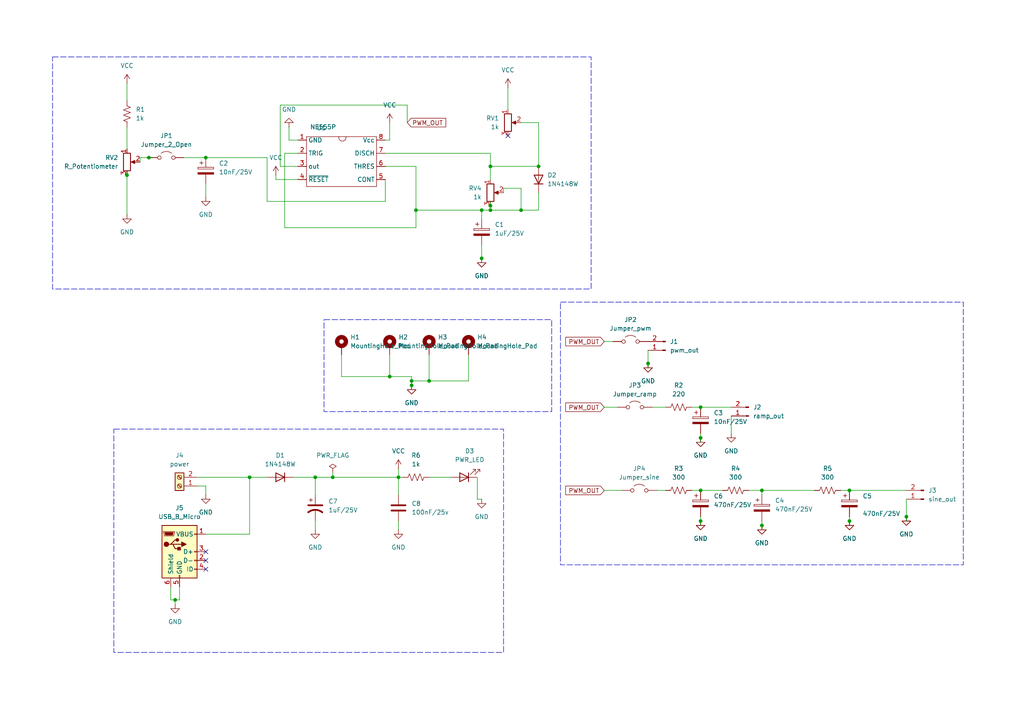
<source format=kicad_sch>
(kicad_sch
	(version 20231120)
	(generator "eeschema")
	(generator_version "8.0")
	(uuid "93f2d10f-a7e6-4e52-8018-2dd863064985")
	(paper "A4")
	(lib_symbols
		(symbol "Connector:Conn_01x02_Pin"
			(pin_names
				(offset 1.016) hide)
			(exclude_from_sim no)
			(in_bom yes)
			(on_board yes)
			(property "Reference" "J"
				(at 0 2.54 0)
				(effects
					(font
						(size 1.27 1.27)
					)
				)
			)
			(property "Value" "Conn_01x02_Pin"
				(at 0 -5.08 0)
				(effects
					(font
						(size 1.27 1.27)
					)
				)
			)
			(property "Footprint" ""
				(at 0 0 0)
				(effects
					(font
						(size 1.27 1.27)
					)
					(hide yes)
				)
			)
			(property "Datasheet" "~"
				(at 0 0 0)
				(effects
					(font
						(size 1.27 1.27)
					)
					(hide yes)
				)
			)
			(property "Description" "Generic connector, single row, 01x02, script generated"
				(at 0 0 0)
				(effects
					(font
						(size 1.27 1.27)
					)
					(hide yes)
				)
			)
			(property "ki_locked" ""
				(at 0 0 0)
				(effects
					(font
						(size 1.27 1.27)
					)
				)
			)
			(property "ki_keywords" "connector"
				(at 0 0 0)
				(effects
					(font
						(size 1.27 1.27)
					)
					(hide yes)
				)
			)
			(property "ki_fp_filters" "Connector*:*_1x??_*"
				(at 0 0 0)
				(effects
					(font
						(size 1.27 1.27)
					)
					(hide yes)
				)
			)
			(symbol "Conn_01x02_Pin_1_1"
				(polyline
					(pts
						(xy 1.27 -2.54) (xy 0.8636 -2.54)
					)
					(stroke
						(width 0.1524)
						(type default)
					)
					(fill
						(type none)
					)
				)
				(polyline
					(pts
						(xy 1.27 0) (xy 0.8636 0)
					)
					(stroke
						(width 0.1524)
						(type default)
					)
					(fill
						(type none)
					)
				)
				(rectangle
					(start 0.8636 -2.413)
					(end 0 -2.667)
					(stroke
						(width 0.1524)
						(type default)
					)
					(fill
						(type outline)
					)
				)
				(rectangle
					(start 0.8636 0.127)
					(end 0 -0.127)
					(stroke
						(width 0.1524)
						(type default)
					)
					(fill
						(type outline)
					)
				)
				(pin passive line
					(at 5.08 0 180)
					(length 3.81)
					(name "Pin_1"
						(effects
							(font
								(size 1.27 1.27)
							)
						)
					)
					(number "1"
						(effects
							(font
								(size 1.27 1.27)
							)
						)
					)
				)
				(pin passive line
					(at 5.08 -2.54 180)
					(length 3.81)
					(name "Pin_2"
						(effects
							(font
								(size 1.27 1.27)
							)
						)
					)
					(number "2"
						(effects
							(font
								(size 1.27 1.27)
							)
						)
					)
				)
			)
		)
		(symbol "Connector:Screw_Terminal_01x02"
			(pin_names
				(offset 1.016) hide)
			(exclude_from_sim no)
			(in_bom yes)
			(on_board yes)
			(property "Reference" "J"
				(at 0 2.54 0)
				(effects
					(font
						(size 1.27 1.27)
					)
				)
			)
			(property "Value" "Screw_Terminal_01x02"
				(at 0 -5.08 0)
				(effects
					(font
						(size 1.27 1.27)
					)
				)
			)
			(property "Footprint" ""
				(at 0 0 0)
				(effects
					(font
						(size 1.27 1.27)
					)
					(hide yes)
				)
			)
			(property "Datasheet" "~"
				(at 0 0 0)
				(effects
					(font
						(size 1.27 1.27)
					)
					(hide yes)
				)
			)
			(property "Description" "Generic screw terminal, single row, 01x02, script generated (kicad-library-utils/schlib/autogen/connector/)"
				(at 0 0 0)
				(effects
					(font
						(size 1.27 1.27)
					)
					(hide yes)
				)
			)
			(property "ki_keywords" "screw terminal"
				(at 0 0 0)
				(effects
					(font
						(size 1.27 1.27)
					)
					(hide yes)
				)
			)
			(property "ki_fp_filters" "TerminalBlock*:*"
				(at 0 0 0)
				(effects
					(font
						(size 1.27 1.27)
					)
					(hide yes)
				)
			)
			(symbol "Screw_Terminal_01x02_1_1"
				(rectangle
					(start -1.27 1.27)
					(end 1.27 -3.81)
					(stroke
						(width 0.254)
						(type default)
					)
					(fill
						(type background)
					)
				)
				(circle
					(center 0 -2.54)
					(radius 0.635)
					(stroke
						(width 0.1524)
						(type default)
					)
					(fill
						(type none)
					)
				)
				(polyline
					(pts
						(xy -0.5334 -2.2098) (xy 0.3302 -3.048)
					)
					(stroke
						(width 0.1524)
						(type default)
					)
					(fill
						(type none)
					)
				)
				(polyline
					(pts
						(xy -0.5334 0.3302) (xy 0.3302 -0.508)
					)
					(stroke
						(width 0.1524)
						(type default)
					)
					(fill
						(type none)
					)
				)
				(polyline
					(pts
						(xy -0.3556 -2.032) (xy 0.508 -2.8702)
					)
					(stroke
						(width 0.1524)
						(type default)
					)
					(fill
						(type none)
					)
				)
				(polyline
					(pts
						(xy -0.3556 0.508) (xy 0.508 -0.3302)
					)
					(stroke
						(width 0.1524)
						(type default)
					)
					(fill
						(type none)
					)
				)
				(circle
					(center 0 0)
					(radius 0.635)
					(stroke
						(width 0.1524)
						(type default)
					)
					(fill
						(type none)
					)
				)
				(pin passive line
					(at -5.08 0 0)
					(length 3.81)
					(name "Pin_1"
						(effects
							(font
								(size 1.27 1.27)
							)
						)
					)
					(number "1"
						(effects
							(font
								(size 1.27 1.27)
							)
						)
					)
				)
				(pin passive line
					(at -5.08 -2.54 0)
					(length 3.81)
					(name "Pin_2"
						(effects
							(font
								(size 1.27 1.27)
							)
						)
					)
					(number "2"
						(effects
							(font
								(size 1.27 1.27)
							)
						)
					)
				)
			)
		)
		(symbol "Connector:USB_B_Micro"
			(pin_names
				(offset 1.016)
			)
			(exclude_from_sim no)
			(in_bom yes)
			(on_board yes)
			(property "Reference" "J"
				(at -5.08 11.43 0)
				(effects
					(font
						(size 1.27 1.27)
					)
					(justify left)
				)
			)
			(property "Value" "USB_B_Micro"
				(at -5.08 8.89 0)
				(effects
					(font
						(size 1.27 1.27)
					)
					(justify left)
				)
			)
			(property "Footprint" ""
				(at 3.81 -1.27 0)
				(effects
					(font
						(size 1.27 1.27)
					)
					(hide yes)
				)
			)
			(property "Datasheet" "~"
				(at 3.81 -1.27 0)
				(effects
					(font
						(size 1.27 1.27)
					)
					(hide yes)
				)
			)
			(property "Description" "USB Micro Type B connector"
				(at 0 0 0)
				(effects
					(font
						(size 1.27 1.27)
					)
					(hide yes)
				)
			)
			(property "ki_keywords" "connector USB micro"
				(at 0 0 0)
				(effects
					(font
						(size 1.27 1.27)
					)
					(hide yes)
				)
			)
			(property "ki_fp_filters" "USB*"
				(at 0 0 0)
				(effects
					(font
						(size 1.27 1.27)
					)
					(hide yes)
				)
			)
			(symbol "USB_B_Micro_0_1"
				(rectangle
					(start -5.08 -7.62)
					(end 5.08 7.62)
					(stroke
						(width 0.254)
						(type default)
					)
					(fill
						(type background)
					)
				)
				(circle
					(center -3.81 2.159)
					(radius 0.635)
					(stroke
						(width 0.254)
						(type default)
					)
					(fill
						(type outline)
					)
				)
				(circle
					(center -0.635 3.429)
					(radius 0.381)
					(stroke
						(width 0.254)
						(type default)
					)
					(fill
						(type outline)
					)
				)
				(rectangle
					(start -0.127 -7.62)
					(end 0.127 -6.858)
					(stroke
						(width 0)
						(type default)
					)
					(fill
						(type none)
					)
				)
				(polyline
					(pts
						(xy -1.905 2.159) (xy 0.635 2.159)
					)
					(stroke
						(width 0.254)
						(type default)
					)
					(fill
						(type none)
					)
				)
				(polyline
					(pts
						(xy -3.175 2.159) (xy -2.54 2.159) (xy -1.27 3.429) (xy -0.635 3.429)
					)
					(stroke
						(width 0.254)
						(type default)
					)
					(fill
						(type none)
					)
				)
				(polyline
					(pts
						(xy -2.54 2.159) (xy -1.905 2.159) (xy -1.27 0.889) (xy 0 0.889)
					)
					(stroke
						(width 0.254)
						(type default)
					)
					(fill
						(type none)
					)
				)
				(polyline
					(pts
						(xy 0.635 2.794) (xy 0.635 1.524) (xy 1.905 2.159) (xy 0.635 2.794)
					)
					(stroke
						(width 0.254)
						(type default)
					)
					(fill
						(type outline)
					)
				)
				(polyline
					(pts
						(xy -4.318 5.588) (xy -1.778 5.588) (xy -2.032 4.826) (xy -4.064 4.826) (xy -4.318 5.588)
					)
					(stroke
						(width 0)
						(type default)
					)
					(fill
						(type outline)
					)
				)
				(polyline
					(pts
						(xy -4.699 5.842) (xy -4.699 5.588) (xy -4.445 4.826) (xy -4.445 4.572) (xy -1.651 4.572) (xy -1.651 4.826)
						(xy -1.397 5.588) (xy -1.397 5.842) (xy -4.699 5.842)
					)
					(stroke
						(width 0)
						(type default)
					)
					(fill
						(type none)
					)
				)
				(rectangle
					(start 0.254 1.27)
					(end -0.508 0.508)
					(stroke
						(width 0.254)
						(type default)
					)
					(fill
						(type outline)
					)
				)
				(rectangle
					(start 5.08 -5.207)
					(end 4.318 -4.953)
					(stroke
						(width 0)
						(type default)
					)
					(fill
						(type none)
					)
				)
				(rectangle
					(start 5.08 -2.667)
					(end 4.318 -2.413)
					(stroke
						(width 0)
						(type default)
					)
					(fill
						(type none)
					)
				)
				(rectangle
					(start 5.08 -0.127)
					(end 4.318 0.127)
					(stroke
						(width 0)
						(type default)
					)
					(fill
						(type none)
					)
				)
				(rectangle
					(start 5.08 4.953)
					(end 4.318 5.207)
					(stroke
						(width 0)
						(type default)
					)
					(fill
						(type none)
					)
				)
			)
			(symbol "USB_B_Micro_1_1"
				(pin power_out line
					(at 7.62 5.08 180)
					(length 2.54)
					(name "VBUS"
						(effects
							(font
								(size 1.27 1.27)
							)
						)
					)
					(number "1"
						(effects
							(font
								(size 1.27 1.27)
							)
						)
					)
				)
				(pin bidirectional line
					(at 7.62 -2.54 180)
					(length 2.54)
					(name "D-"
						(effects
							(font
								(size 1.27 1.27)
							)
						)
					)
					(number "2"
						(effects
							(font
								(size 1.27 1.27)
							)
						)
					)
				)
				(pin bidirectional line
					(at 7.62 0 180)
					(length 2.54)
					(name "D+"
						(effects
							(font
								(size 1.27 1.27)
							)
						)
					)
					(number "3"
						(effects
							(font
								(size 1.27 1.27)
							)
						)
					)
				)
				(pin passive line
					(at 7.62 -5.08 180)
					(length 2.54)
					(name "ID"
						(effects
							(font
								(size 1.27 1.27)
							)
						)
					)
					(number "4"
						(effects
							(font
								(size 1.27 1.27)
							)
						)
					)
				)
				(pin power_out line
					(at 0 -10.16 90)
					(length 2.54)
					(name "GND"
						(effects
							(font
								(size 1.27 1.27)
							)
						)
					)
					(number "5"
						(effects
							(font
								(size 1.27 1.27)
							)
						)
					)
				)
				(pin passive line
					(at -2.54 -10.16 90)
					(length 2.54)
					(name "Shield"
						(effects
							(font
								(size 1.27 1.27)
							)
						)
					)
					(number "6"
						(effects
							(font
								(size 1.27 1.27)
							)
						)
					)
				)
			)
		)
		(symbol "Device:C"
			(pin_numbers hide)
			(pin_names
				(offset 0.254)
			)
			(exclude_from_sim no)
			(in_bom yes)
			(on_board yes)
			(property "Reference" "C"
				(at 0.635 2.54 0)
				(effects
					(font
						(size 1.27 1.27)
					)
					(justify left)
				)
			)
			(property "Value" "C"
				(at 0.635 -2.54 0)
				(effects
					(font
						(size 1.27 1.27)
					)
					(justify left)
				)
			)
			(property "Footprint" ""
				(at 0.9652 -3.81 0)
				(effects
					(font
						(size 1.27 1.27)
					)
					(hide yes)
				)
			)
			(property "Datasheet" "~"
				(at 0 0 0)
				(effects
					(font
						(size 1.27 1.27)
					)
					(hide yes)
				)
			)
			(property "Description" "Unpolarized capacitor"
				(at 0 0 0)
				(effects
					(font
						(size 1.27 1.27)
					)
					(hide yes)
				)
			)
			(property "ki_keywords" "cap capacitor"
				(at 0 0 0)
				(effects
					(font
						(size 1.27 1.27)
					)
					(hide yes)
				)
			)
			(property "ki_fp_filters" "C_*"
				(at 0 0 0)
				(effects
					(font
						(size 1.27 1.27)
					)
					(hide yes)
				)
			)
			(symbol "C_0_1"
				(polyline
					(pts
						(xy -2.032 -0.762) (xy 2.032 -0.762)
					)
					(stroke
						(width 0.508)
						(type default)
					)
					(fill
						(type none)
					)
				)
				(polyline
					(pts
						(xy -2.032 0.762) (xy 2.032 0.762)
					)
					(stroke
						(width 0.508)
						(type default)
					)
					(fill
						(type none)
					)
				)
			)
			(symbol "C_1_1"
				(pin passive line
					(at 0 3.81 270)
					(length 2.794)
					(name "~"
						(effects
							(font
								(size 1.27 1.27)
							)
						)
					)
					(number "1"
						(effects
							(font
								(size 1.27 1.27)
							)
						)
					)
				)
				(pin passive line
					(at 0 -3.81 90)
					(length 2.794)
					(name "~"
						(effects
							(font
								(size 1.27 1.27)
							)
						)
					)
					(number "2"
						(effects
							(font
								(size 1.27 1.27)
							)
						)
					)
				)
			)
		)
		(symbol "Device:C_Polarized"
			(pin_numbers hide)
			(pin_names
				(offset 0.254)
			)
			(exclude_from_sim no)
			(in_bom yes)
			(on_board yes)
			(property "Reference" "C"
				(at 0.635 2.54 0)
				(effects
					(font
						(size 1.27 1.27)
					)
					(justify left)
				)
			)
			(property "Value" "C_Polarized"
				(at 0.635 -2.54 0)
				(effects
					(font
						(size 1.27 1.27)
					)
					(justify left)
				)
			)
			(property "Footprint" ""
				(at 0.9652 -3.81 0)
				(effects
					(font
						(size 1.27 1.27)
					)
					(hide yes)
				)
			)
			(property "Datasheet" "~"
				(at 0 0 0)
				(effects
					(font
						(size 1.27 1.27)
					)
					(hide yes)
				)
			)
			(property "Description" "Polarized capacitor"
				(at 0 0 0)
				(effects
					(font
						(size 1.27 1.27)
					)
					(hide yes)
				)
			)
			(property "ki_keywords" "cap capacitor"
				(at 0 0 0)
				(effects
					(font
						(size 1.27 1.27)
					)
					(hide yes)
				)
			)
			(property "ki_fp_filters" "CP_*"
				(at 0 0 0)
				(effects
					(font
						(size 1.27 1.27)
					)
					(hide yes)
				)
			)
			(symbol "C_Polarized_0_1"
				(rectangle
					(start -2.286 0.508)
					(end 2.286 1.016)
					(stroke
						(width 0)
						(type default)
					)
					(fill
						(type none)
					)
				)
				(polyline
					(pts
						(xy -1.778 2.286) (xy -0.762 2.286)
					)
					(stroke
						(width 0)
						(type default)
					)
					(fill
						(type none)
					)
				)
				(polyline
					(pts
						(xy -1.27 2.794) (xy -1.27 1.778)
					)
					(stroke
						(width 0)
						(type default)
					)
					(fill
						(type none)
					)
				)
				(rectangle
					(start 2.286 -0.508)
					(end -2.286 -1.016)
					(stroke
						(width 0)
						(type default)
					)
					(fill
						(type outline)
					)
				)
			)
			(symbol "C_Polarized_1_1"
				(pin passive line
					(at 0 3.81 270)
					(length 2.794)
					(name "~"
						(effects
							(font
								(size 1.27 1.27)
							)
						)
					)
					(number "1"
						(effects
							(font
								(size 1.27 1.27)
							)
						)
					)
				)
				(pin passive line
					(at 0 -3.81 90)
					(length 2.794)
					(name "~"
						(effects
							(font
								(size 1.27 1.27)
							)
						)
					)
					(number "2"
						(effects
							(font
								(size 1.27 1.27)
							)
						)
					)
				)
			)
		)
		(symbol "Device:C_Polarized_US"
			(pin_numbers hide)
			(pin_names
				(offset 0.254) hide)
			(exclude_from_sim no)
			(in_bom yes)
			(on_board yes)
			(property "Reference" "C"
				(at 0.635 2.54 0)
				(effects
					(font
						(size 1.27 1.27)
					)
					(justify left)
				)
			)
			(property "Value" "C_Polarized_US"
				(at 0.635 -2.54 0)
				(effects
					(font
						(size 1.27 1.27)
					)
					(justify left)
				)
			)
			(property "Footprint" ""
				(at 0 0 0)
				(effects
					(font
						(size 1.27 1.27)
					)
					(hide yes)
				)
			)
			(property "Datasheet" "~"
				(at 0 0 0)
				(effects
					(font
						(size 1.27 1.27)
					)
					(hide yes)
				)
			)
			(property "Description" "Polarized capacitor, US symbol"
				(at 0 0 0)
				(effects
					(font
						(size 1.27 1.27)
					)
					(hide yes)
				)
			)
			(property "ki_keywords" "cap capacitor"
				(at 0 0 0)
				(effects
					(font
						(size 1.27 1.27)
					)
					(hide yes)
				)
			)
			(property "ki_fp_filters" "CP_*"
				(at 0 0 0)
				(effects
					(font
						(size 1.27 1.27)
					)
					(hide yes)
				)
			)
			(symbol "C_Polarized_US_0_1"
				(polyline
					(pts
						(xy -2.032 0.762) (xy 2.032 0.762)
					)
					(stroke
						(width 0.508)
						(type default)
					)
					(fill
						(type none)
					)
				)
				(polyline
					(pts
						(xy -1.778 2.286) (xy -0.762 2.286)
					)
					(stroke
						(width 0)
						(type default)
					)
					(fill
						(type none)
					)
				)
				(polyline
					(pts
						(xy -1.27 1.778) (xy -1.27 2.794)
					)
					(stroke
						(width 0)
						(type default)
					)
					(fill
						(type none)
					)
				)
				(arc
					(start 2.032 -1.27)
					(mid 0 -0.5572)
					(end -2.032 -1.27)
					(stroke
						(width 0.508)
						(type default)
					)
					(fill
						(type none)
					)
				)
			)
			(symbol "C_Polarized_US_1_1"
				(pin passive line
					(at 0 3.81 270)
					(length 2.794)
					(name "~"
						(effects
							(font
								(size 1.27 1.27)
							)
						)
					)
					(number "1"
						(effects
							(font
								(size 1.27 1.27)
							)
						)
					)
				)
				(pin passive line
					(at 0 -3.81 90)
					(length 3.302)
					(name "~"
						(effects
							(font
								(size 1.27 1.27)
							)
						)
					)
					(number "2"
						(effects
							(font
								(size 1.27 1.27)
							)
						)
					)
				)
			)
		)
		(symbol "Device:LED"
			(pin_numbers hide)
			(pin_names
				(offset 1.016) hide)
			(exclude_from_sim no)
			(in_bom yes)
			(on_board yes)
			(property "Reference" "D"
				(at 0 2.54 0)
				(effects
					(font
						(size 1.27 1.27)
					)
				)
			)
			(property "Value" "LED"
				(at 0 -2.54 0)
				(effects
					(font
						(size 1.27 1.27)
					)
				)
			)
			(property "Footprint" ""
				(at 0 0 0)
				(effects
					(font
						(size 1.27 1.27)
					)
					(hide yes)
				)
			)
			(property "Datasheet" "~"
				(at 0 0 0)
				(effects
					(font
						(size 1.27 1.27)
					)
					(hide yes)
				)
			)
			(property "Description" "Light emitting diode"
				(at 0 0 0)
				(effects
					(font
						(size 1.27 1.27)
					)
					(hide yes)
				)
			)
			(property "ki_keywords" "LED diode"
				(at 0 0 0)
				(effects
					(font
						(size 1.27 1.27)
					)
					(hide yes)
				)
			)
			(property "ki_fp_filters" "LED* LED_SMD:* LED_THT:*"
				(at 0 0 0)
				(effects
					(font
						(size 1.27 1.27)
					)
					(hide yes)
				)
			)
			(symbol "LED_0_1"
				(polyline
					(pts
						(xy -1.27 -1.27) (xy -1.27 1.27)
					)
					(stroke
						(width 0.254)
						(type default)
					)
					(fill
						(type none)
					)
				)
				(polyline
					(pts
						(xy -1.27 0) (xy 1.27 0)
					)
					(stroke
						(width 0)
						(type default)
					)
					(fill
						(type none)
					)
				)
				(polyline
					(pts
						(xy 1.27 -1.27) (xy 1.27 1.27) (xy -1.27 0) (xy 1.27 -1.27)
					)
					(stroke
						(width 0.254)
						(type default)
					)
					(fill
						(type none)
					)
				)
				(polyline
					(pts
						(xy -3.048 -0.762) (xy -4.572 -2.286) (xy -3.81 -2.286) (xy -4.572 -2.286) (xy -4.572 -1.524)
					)
					(stroke
						(width 0)
						(type default)
					)
					(fill
						(type none)
					)
				)
				(polyline
					(pts
						(xy -1.778 -0.762) (xy -3.302 -2.286) (xy -2.54 -2.286) (xy -3.302 -2.286) (xy -3.302 -1.524)
					)
					(stroke
						(width 0)
						(type default)
					)
					(fill
						(type none)
					)
				)
			)
			(symbol "LED_1_1"
				(pin passive line
					(at -3.81 0 0)
					(length 2.54)
					(name "K"
						(effects
							(font
								(size 1.27 1.27)
							)
						)
					)
					(number "1"
						(effects
							(font
								(size 1.27 1.27)
							)
						)
					)
				)
				(pin passive line
					(at 3.81 0 180)
					(length 2.54)
					(name "A"
						(effects
							(font
								(size 1.27 1.27)
							)
						)
					)
					(number "2"
						(effects
							(font
								(size 1.27 1.27)
							)
						)
					)
				)
			)
		)
		(symbol "Device:R_Potentiometer"
			(pin_names
				(offset 1.016) hide)
			(exclude_from_sim no)
			(in_bom yes)
			(on_board yes)
			(property "Reference" "RV"
				(at -4.445 0 90)
				(effects
					(font
						(size 1.27 1.27)
					)
				)
			)
			(property "Value" "R_Potentiometer"
				(at -2.54 0 90)
				(effects
					(font
						(size 1.27 1.27)
					)
				)
			)
			(property "Footprint" ""
				(at 0 0 0)
				(effects
					(font
						(size 1.27 1.27)
					)
					(hide yes)
				)
			)
			(property "Datasheet" "~"
				(at 0 0 0)
				(effects
					(font
						(size 1.27 1.27)
					)
					(hide yes)
				)
			)
			(property "Description" "Potentiometer"
				(at 0 0 0)
				(effects
					(font
						(size 1.27 1.27)
					)
					(hide yes)
				)
			)
			(property "ki_keywords" "resistor variable"
				(at 0 0 0)
				(effects
					(font
						(size 1.27 1.27)
					)
					(hide yes)
				)
			)
			(property "ki_fp_filters" "Potentiometer*"
				(at 0 0 0)
				(effects
					(font
						(size 1.27 1.27)
					)
					(hide yes)
				)
			)
			(symbol "R_Potentiometer_0_1"
				(polyline
					(pts
						(xy 2.54 0) (xy 1.524 0)
					)
					(stroke
						(width 0)
						(type default)
					)
					(fill
						(type none)
					)
				)
				(polyline
					(pts
						(xy 1.143 0) (xy 2.286 0.508) (xy 2.286 -0.508) (xy 1.143 0)
					)
					(stroke
						(width 0)
						(type default)
					)
					(fill
						(type outline)
					)
				)
				(rectangle
					(start 1.016 2.54)
					(end -1.016 -2.54)
					(stroke
						(width 0.254)
						(type default)
					)
					(fill
						(type none)
					)
				)
			)
			(symbol "R_Potentiometer_1_1"
				(pin passive line
					(at 0 3.81 270)
					(length 1.27)
					(name "1"
						(effects
							(font
								(size 1.27 1.27)
							)
						)
					)
					(number "1"
						(effects
							(font
								(size 1.27 1.27)
							)
						)
					)
				)
				(pin passive line
					(at 3.81 0 180)
					(length 1.27)
					(name "2"
						(effects
							(font
								(size 1.27 1.27)
							)
						)
					)
					(number "2"
						(effects
							(font
								(size 1.27 1.27)
							)
						)
					)
				)
				(pin passive line
					(at 0 -3.81 90)
					(length 1.27)
					(name "3"
						(effects
							(font
								(size 1.27 1.27)
							)
						)
					)
					(number "3"
						(effects
							(font
								(size 1.27 1.27)
							)
						)
					)
				)
			)
		)
		(symbol "Device:R_US"
			(pin_numbers hide)
			(pin_names
				(offset 0)
			)
			(exclude_from_sim no)
			(in_bom yes)
			(on_board yes)
			(property "Reference" "R"
				(at 2.54 0 90)
				(effects
					(font
						(size 1.27 1.27)
					)
				)
			)
			(property "Value" "R_US"
				(at -2.54 0 90)
				(effects
					(font
						(size 1.27 1.27)
					)
				)
			)
			(property "Footprint" ""
				(at 1.016 -0.254 90)
				(effects
					(font
						(size 1.27 1.27)
					)
					(hide yes)
				)
			)
			(property "Datasheet" "~"
				(at 0 0 0)
				(effects
					(font
						(size 1.27 1.27)
					)
					(hide yes)
				)
			)
			(property "Description" "Resistor, US symbol"
				(at 0 0 0)
				(effects
					(font
						(size 1.27 1.27)
					)
					(hide yes)
				)
			)
			(property "ki_keywords" "R res resistor"
				(at 0 0 0)
				(effects
					(font
						(size 1.27 1.27)
					)
					(hide yes)
				)
			)
			(property "ki_fp_filters" "R_*"
				(at 0 0 0)
				(effects
					(font
						(size 1.27 1.27)
					)
					(hide yes)
				)
			)
			(symbol "R_US_0_1"
				(polyline
					(pts
						(xy 0 -2.286) (xy 0 -2.54)
					)
					(stroke
						(width 0)
						(type default)
					)
					(fill
						(type none)
					)
				)
				(polyline
					(pts
						(xy 0 2.286) (xy 0 2.54)
					)
					(stroke
						(width 0)
						(type default)
					)
					(fill
						(type none)
					)
				)
				(polyline
					(pts
						(xy 0 -0.762) (xy 1.016 -1.143) (xy 0 -1.524) (xy -1.016 -1.905) (xy 0 -2.286)
					)
					(stroke
						(width 0)
						(type default)
					)
					(fill
						(type none)
					)
				)
				(polyline
					(pts
						(xy 0 0.762) (xy 1.016 0.381) (xy 0 0) (xy -1.016 -0.381) (xy 0 -0.762)
					)
					(stroke
						(width 0)
						(type default)
					)
					(fill
						(type none)
					)
				)
				(polyline
					(pts
						(xy 0 2.286) (xy 1.016 1.905) (xy 0 1.524) (xy -1.016 1.143) (xy 0 0.762)
					)
					(stroke
						(width 0)
						(type default)
					)
					(fill
						(type none)
					)
				)
			)
			(symbol "R_US_1_1"
				(pin passive line
					(at 0 3.81 270)
					(length 1.27)
					(name "~"
						(effects
							(font
								(size 1.27 1.27)
							)
						)
					)
					(number "1"
						(effects
							(font
								(size 1.27 1.27)
							)
						)
					)
				)
				(pin passive line
					(at 0 -3.81 90)
					(length 1.27)
					(name "~"
						(effects
							(font
								(size 1.27 1.27)
							)
						)
					)
					(number "2"
						(effects
							(font
								(size 1.27 1.27)
							)
						)
					)
				)
			)
		)
		(symbol "Diode:1N4148W"
			(pin_numbers hide)
			(pin_names hide)
			(exclude_from_sim no)
			(in_bom yes)
			(on_board yes)
			(property "Reference" "D"
				(at 0 2.54 0)
				(effects
					(font
						(size 1.27 1.27)
					)
				)
			)
			(property "Value" "1N4148W"
				(at 0 -2.54 0)
				(effects
					(font
						(size 1.27 1.27)
					)
				)
			)
			(property "Footprint" "Diode_SMD:D_SOD-123"
				(at 0 -4.445 0)
				(effects
					(font
						(size 1.27 1.27)
					)
					(hide yes)
				)
			)
			(property "Datasheet" "https://www.vishay.com/docs/85748/1n4148w.pdf"
				(at 0 0 0)
				(effects
					(font
						(size 1.27 1.27)
					)
					(hide yes)
				)
			)
			(property "Description" "75V 0.15A Fast Switching Diode, SOD-123"
				(at 0 0 0)
				(effects
					(font
						(size 1.27 1.27)
					)
					(hide yes)
				)
			)
			(property "Sim.Device" "D"
				(at 0 0 0)
				(effects
					(font
						(size 1.27 1.27)
					)
					(hide yes)
				)
			)
			(property "Sim.Pins" "1=K 2=A"
				(at 0 0 0)
				(effects
					(font
						(size 1.27 1.27)
					)
					(hide yes)
				)
			)
			(property "ki_keywords" "diode"
				(at 0 0 0)
				(effects
					(font
						(size 1.27 1.27)
					)
					(hide yes)
				)
			)
			(property "ki_fp_filters" "D*SOD?123*"
				(at 0 0 0)
				(effects
					(font
						(size 1.27 1.27)
					)
					(hide yes)
				)
			)
			(symbol "1N4148W_0_1"
				(polyline
					(pts
						(xy -1.27 1.27) (xy -1.27 -1.27)
					)
					(stroke
						(width 0.254)
						(type default)
					)
					(fill
						(type none)
					)
				)
				(polyline
					(pts
						(xy 1.27 0) (xy -1.27 0)
					)
					(stroke
						(width 0)
						(type default)
					)
					(fill
						(type none)
					)
				)
				(polyline
					(pts
						(xy 1.27 1.27) (xy 1.27 -1.27) (xy -1.27 0) (xy 1.27 1.27)
					)
					(stroke
						(width 0.254)
						(type default)
					)
					(fill
						(type none)
					)
				)
			)
			(symbol "1N4148W_1_1"
				(pin passive line
					(at -3.81 0 0)
					(length 2.54)
					(name "K"
						(effects
							(font
								(size 1.27 1.27)
							)
						)
					)
					(number "1"
						(effects
							(font
								(size 1.27 1.27)
							)
						)
					)
				)
				(pin passive line
					(at 3.81 0 180)
					(length 2.54)
					(name "A"
						(effects
							(font
								(size 1.27 1.27)
							)
						)
					)
					(number "2"
						(effects
							(font
								(size 1.27 1.27)
							)
						)
					)
				)
			)
		)
		(symbol "Jumper:Jumper_2_Open"
			(pin_numbers hide)
			(pin_names
				(offset 0) hide)
			(exclude_from_sim yes)
			(in_bom yes)
			(on_board yes)
			(property "Reference" "JP"
				(at 0 2.794 0)
				(effects
					(font
						(size 1.27 1.27)
					)
				)
			)
			(property "Value" "Jumper_2_Open"
				(at 0 -2.286 0)
				(effects
					(font
						(size 1.27 1.27)
					)
				)
			)
			(property "Footprint" ""
				(at 0 0 0)
				(effects
					(font
						(size 1.27 1.27)
					)
					(hide yes)
				)
			)
			(property "Datasheet" "~"
				(at 0 0 0)
				(effects
					(font
						(size 1.27 1.27)
					)
					(hide yes)
				)
			)
			(property "Description" "Jumper, 2-pole, open"
				(at 0 0 0)
				(effects
					(font
						(size 1.27 1.27)
					)
					(hide yes)
				)
			)
			(property "ki_keywords" "Jumper SPST"
				(at 0 0 0)
				(effects
					(font
						(size 1.27 1.27)
					)
					(hide yes)
				)
			)
			(property "ki_fp_filters" "Jumper* TestPoint*2Pads* TestPoint*Bridge*"
				(at 0 0 0)
				(effects
					(font
						(size 1.27 1.27)
					)
					(hide yes)
				)
			)
			(symbol "Jumper_2_Open_0_0"
				(circle
					(center -2.032 0)
					(radius 0.508)
					(stroke
						(width 0)
						(type default)
					)
					(fill
						(type none)
					)
				)
				(circle
					(center 2.032 0)
					(radius 0.508)
					(stroke
						(width 0)
						(type default)
					)
					(fill
						(type none)
					)
				)
			)
			(symbol "Jumper_2_Open_0_1"
				(arc
					(start 1.524 1.27)
					(mid 0 1.778)
					(end -1.524 1.27)
					(stroke
						(width 0)
						(type default)
					)
					(fill
						(type none)
					)
				)
			)
			(symbol "Jumper_2_Open_1_1"
				(pin passive line
					(at -5.08 0 0)
					(length 2.54)
					(name "A"
						(effects
							(font
								(size 1.27 1.27)
							)
						)
					)
					(number "1"
						(effects
							(font
								(size 1.27 1.27)
							)
						)
					)
				)
				(pin passive line
					(at 5.08 0 180)
					(length 2.54)
					(name "B"
						(effects
							(font
								(size 1.27 1.27)
							)
						)
					)
					(number "2"
						(effects
							(font
								(size 1.27 1.27)
							)
						)
					)
				)
			)
		)
		(symbol "Mechanical:MountingHole_Pad"
			(pin_numbers hide)
			(pin_names
				(offset 1.016) hide)
			(exclude_from_sim yes)
			(in_bom no)
			(on_board yes)
			(property "Reference" "H"
				(at 0 6.35 0)
				(effects
					(font
						(size 1.27 1.27)
					)
				)
			)
			(property "Value" "MountingHole_Pad"
				(at 0 4.445 0)
				(effects
					(font
						(size 1.27 1.27)
					)
				)
			)
			(property "Footprint" ""
				(at 0 0 0)
				(effects
					(font
						(size 1.27 1.27)
					)
					(hide yes)
				)
			)
			(property "Datasheet" "~"
				(at 0 0 0)
				(effects
					(font
						(size 1.27 1.27)
					)
					(hide yes)
				)
			)
			(property "Description" "Mounting Hole with connection"
				(at 0 0 0)
				(effects
					(font
						(size 1.27 1.27)
					)
					(hide yes)
				)
			)
			(property "ki_keywords" "mounting hole"
				(at 0 0 0)
				(effects
					(font
						(size 1.27 1.27)
					)
					(hide yes)
				)
			)
			(property "ki_fp_filters" "MountingHole*Pad*"
				(at 0 0 0)
				(effects
					(font
						(size 1.27 1.27)
					)
					(hide yes)
				)
			)
			(symbol "MountingHole_Pad_0_1"
				(circle
					(center 0 1.27)
					(radius 1.27)
					(stroke
						(width 1.27)
						(type default)
					)
					(fill
						(type none)
					)
				)
			)
			(symbol "MountingHole_Pad_1_1"
				(pin input line
					(at 0 -2.54 90)
					(length 2.54)
					(name "1"
						(effects
							(font
								(size 1.27 1.27)
							)
						)
					)
					(number "1"
						(effects
							(font
								(size 1.27 1.27)
							)
						)
					)
				)
			)
		)
		(symbol "ne555_p:u_model"
			(exclude_from_sim no)
			(in_bom yes)
			(on_board yes)
			(property "Reference" "U"
				(at 11.43 1.778 0)
				(effects
					(font
						(size 1.27 1.27)
					)
				)
			)
			(property "Value" "NE555P"
				(at 11.43 -16.764 0)
				(effects
					(font
						(size 1.27 1.27)
					)
				)
			)
			(property "Footprint" ""
				(at 0 0 0)
				(effects
					(font
						(size 1.27 1.27)
					)
					(hide yes)
				)
			)
			(property "Datasheet" ""
				(at 0 0 0)
				(effects
					(font
						(size 1.27 1.27)
					)
					(hide yes)
				)
			)
			(property "Description" ""
				(at 0 0 0)
				(effects
					(font
						(size 1.27 1.27)
					)
					(hide yes)
				)
			)
			(symbol "u_model_0_1"
				(rectangle
					(start 1.27 -0.254)
					(end 21.59 -14.732)
					(stroke
						(width 0)
						(type default)
					)
					(fill
						(type none)
					)
				)
				(arc
					(start 10.668 -0.254)
					(mid 11.684 -1.5553)
					(end 12.7 -0.254)
					(stroke
						(width 0)
						(type default)
					)
					(fill
						(type none)
					)
				)
			)
			(symbol "u_model_1_1"
				(pin power_in line
					(at -1.27 -1.27 0)
					(length 2.54)
					(name "GND"
						(effects
							(font
								(size 1.27 1.27)
							)
						)
					)
					(number "1"
						(effects
							(font
								(size 1.27 1.27)
							)
						)
					)
				)
				(pin input line
					(at -1.27 -5.08 0)
					(length 2.54)
					(name "TRIG"
						(effects
							(font
								(size 1.27 1.27)
							)
						)
					)
					(number "2"
						(effects
							(font
								(size 1.27 1.27)
							)
						)
					)
				)
				(pin output line
					(at -1.27 -8.89 0)
					(length 2.54)
					(name "out"
						(effects
							(font
								(size 1.27 1.27)
							)
						)
					)
					(number "3"
						(effects
							(font
								(size 1.27 1.27)
							)
						)
					)
				)
				(pin input line
					(at -1.27 -12.7 0)
					(length 2.54)
					(name "~{RESET}"
						(effects
							(font
								(size 1.27 1.27)
							)
						)
					)
					(number "4"
						(effects
							(font
								(size 1.27 1.27)
							)
						)
					)
				)
				(pin input line
					(at 24.13 -12.7 180)
					(length 2.54)
					(name "CONT"
						(effects
							(font
								(size 1.27 1.27)
							)
						)
					)
					(number "5"
						(effects
							(font
								(size 1.27 1.27)
							)
						)
					)
				)
				(pin input line
					(at 24.13 -8.89 180)
					(length 2.54)
					(name "THRES"
						(effects
							(font
								(size 1.27 1.27)
							)
						)
					)
					(number "6"
						(effects
							(font
								(size 1.27 1.27)
							)
						)
					)
				)
				(pin input line
					(at 24.13 -5.08 180)
					(length 2.54)
					(name "DISCH"
						(effects
							(font
								(size 1.27 1.27)
							)
						)
					)
					(number "7"
						(effects
							(font
								(size 1.27 1.27)
							)
						)
					)
				)
				(pin power_in line
					(at 24.13 -1.27 180)
					(length 2.54)
					(name "Vcc"
						(effects
							(font
								(size 1.27 1.27)
							)
						)
					)
					(number "8"
						(effects
							(font
								(size 1.27 1.27)
							)
						)
					)
				)
			)
		)
		(symbol "power:GND"
			(power)
			(pin_numbers hide)
			(pin_names
				(offset 0) hide)
			(exclude_from_sim no)
			(in_bom yes)
			(on_board yes)
			(property "Reference" "#PWR"
				(at 0 -6.35 0)
				(effects
					(font
						(size 1.27 1.27)
					)
					(hide yes)
				)
			)
			(property "Value" "GND"
				(at 0 -3.81 0)
				(effects
					(font
						(size 1.27 1.27)
					)
				)
			)
			(property "Footprint" ""
				(at 0 0 0)
				(effects
					(font
						(size 1.27 1.27)
					)
					(hide yes)
				)
			)
			(property "Datasheet" ""
				(at 0 0 0)
				(effects
					(font
						(size 1.27 1.27)
					)
					(hide yes)
				)
			)
			(property "Description" "Power symbol creates a global label with name \"GND\" , ground"
				(at 0 0 0)
				(effects
					(font
						(size 1.27 1.27)
					)
					(hide yes)
				)
			)
			(property "ki_keywords" "global power"
				(at 0 0 0)
				(effects
					(font
						(size 1.27 1.27)
					)
					(hide yes)
				)
			)
			(symbol "GND_0_1"
				(polyline
					(pts
						(xy 0 0) (xy 0 -1.27) (xy 1.27 -1.27) (xy 0 -2.54) (xy -1.27 -1.27) (xy 0 -1.27)
					)
					(stroke
						(width 0)
						(type default)
					)
					(fill
						(type none)
					)
				)
			)
			(symbol "GND_1_1"
				(pin power_in line
					(at 0 0 270)
					(length 0)
					(name "~"
						(effects
							(font
								(size 1.27 1.27)
							)
						)
					)
					(number "1"
						(effects
							(font
								(size 1.27 1.27)
							)
						)
					)
				)
			)
		)
		(symbol "power:PWR_FLAG"
			(power)
			(pin_numbers hide)
			(pin_names
				(offset 0) hide)
			(exclude_from_sim no)
			(in_bom yes)
			(on_board yes)
			(property "Reference" "#FLG"
				(at 0 1.905 0)
				(effects
					(font
						(size 1.27 1.27)
					)
					(hide yes)
				)
			)
			(property "Value" "PWR_FLAG"
				(at 0 3.81 0)
				(effects
					(font
						(size 1.27 1.27)
					)
				)
			)
			(property "Footprint" ""
				(at 0 0 0)
				(effects
					(font
						(size 1.27 1.27)
					)
					(hide yes)
				)
			)
			(property "Datasheet" "~"
				(at 0 0 0)
				(effects
					(font
						(size 1.27 1.27)
					)
					(hide yes)
				)
			)
			(property "Description" "Special symbol for telling ERC where power comes from"
				(at 0 0 0)
				(effects
					(font
						(size 1.27 1.27)
					)
					(hide yes)
				)
			)
			(property "ki_keywords" "flag power"
				(at 0 0 0)
				(effects
					(font
						(size 1.27 1.27)
					)
					(hide yes)
				)
			)
			(symbol "PWR_FLAG_0_0"
				(pin power_out line
					(at 0 0 90)
					(length 0)
					(name "~"
						(effects
							(font
								(size 1.27 1.27)
							)
						)
					)
					(number "1"
						(effects
							(font
								(size 1.27 1.27)
							)
						)
					)
				)
			)
			(symbol "PWR_FLAG_0_1"
				(polyline
					(pts
						(xy 0 0) (xy 0 1.27) (xy -1.016 1.905) (xy 0 2.54) (xy 1.016 1.905) (xy 0 1.27)
					)
					(stroke
						(width 0)
						(type default)
					)
					(fill
						(type none)
					)
				)
			)
		)
		(symbol "power:VCC"
			(power)
			(pin_numbers hide)
			(pin_names
				(offset 0) hide)
			(exclude_from_sim no)
			(in_bom yes)
			(on_board yes)
			(property "Reference" "#PWR"
				(at 0 -3.81 0)
				(effects
					(font
						(size 1.27 1.27)
					)
					(hide yes)
				)
			)
			(property "Value" "VCC"
				(at 0 3.556 0)
				(effects
					(font
						(size 1.27 1.27)
					)
				)
			)
			(property "Footprint" ""
				(at 0 0 0)
				(effects
					(font
						(size 1.27 1.27)
					)
					(hide yes)
				)
			)
			(property "Datasheet" ""
				(at 0 0 0)
				(effects
					(font
						(size 1.27 1.27)
					)
					(hide yes)
				)
			)
			(property "Description" "Power symbol creates a global label with name \"VCC\""
				(at 0 0 0)
				(effects
					(font
						(size 1.27 1.27)
					)
					(hide yes)
				)
			)
			(property "ki_keywords" "global power"
				(at 0 0 0)
				(effects
					(font
						(size 1.27 1.27)
					)
					(hide yes)
				)
			)
			(symbol "VCC_0_1"
				(polyline
					(pts
						(xy -0.762 1.27) (xy 0 2.54)
					)
					(stroke
						(width 0)
						(type default)
					)
					(fill
						(type none)
					)
				)
				(polyline
					(pts
						(xy 0 0) (xy 0 2.54)
					)
					(stroke
						(width 0)
						(type default)
					)
					(fill
						(type none)
					)
				)
				(polyline
					(pts
						(xy 0 2.54) (xy 0.762 1.27)
					)
					(stroke
						(width 0)
						(type default)
					)
					(fill
						(type none)
					)
				)
			)
			(symbol "VCC_1_1"
				(pin power_in line
					(at 0 0 90)
					(length 0)
					(name "~"
						(effects
							(font
								(size 1.27 1.27)
							)
						)
					)
					(number "1"
						(effects
							(font
								(size 1.27 1.27)
							)
						)
					)
				)
			)
		)
	)
	(junction
		(at 139.7 74.93)
		(diameter 0)
		(color 0 0 0 0)
		(uuid "005b3632-f619-4096-b84b-eb98afa549d6")
	)
	(junction
		(at 72.39 138.43)
		(diameter 0)
		(color 0 0 0 0)
		(uuid "061cb413-0baa-4796-a93a-fd11a19d5a47")
	)
	(junction
		(at 203.2 127)
		(diameter 0)
		(color 0 0 0 0)
		(uuid "07687e24-8f9c-46d8-9116-38b9d786d32c")
	)
	(junction
		(at 262.89 149.86)
		(diameter 0)
		(color 0 0 0 0)
		(uuid "08291b22-0fa9-4cf3-bdac-c9a35d1677f7")
	)
	(junction
		(at 50.8 173.99)
		(diameter 0)
		(color 0 0 0 0)
		(uuid "1f6ed0ea-139a-4c7c-a704-ceca55ac07ef")
	)
	(junction
		(at 96.52 138.43)
		(diameter 0)
		(color 0 0 0 0)
		(uuid "2a8c0c5c-cc8a-475c-9e75-1cd2c6370f7d")
	)
	(junction
		(at 43.18 45.72)
		(diameter 0)
		(color 0 0 0 0)
		(uuid "3cbdfa80-9d77-41ea-b14c-18101397fd84")
	)
	(junction
		(at 113.03 109.22)
		(diameter 0)
		(color 0 0 0 0)
		(uuid "479bf8f1-7f8c-4b73-b682-701110096d51")
	)
	(junction
		(at 142.24 59.69)
		(diameter 0)
		(color 0 0 0 0)
		(uuid "47b41a95-1210-43f3-aa4c-f03ad7ffb068")
	)
	(junction
		(at 115.57 138.43)
		(diameter 0)
		(color 0 0 0 0)
		(uuid "5e77ea4d-2695-439d-b600-4266175a6d7a")
	)
	(junction
		(at 187.96 105.41)
		(diameter 0)
		(color 0 0 0 0)
		(uuid "5f6577b3-cfba-45ed-a149-1b08d9f57c39")
	)
	(junction
		(at 91.44 138.43)
		(diameter 0)
		(color 0 0 0 0)
		(uuid "75b7d3f8-0161-402f-94c3-c2d8cdbcb77b")
	)
	(junction
		(at 139.7 60.96)
		(diameter 0)
		(color 0 0 0 0)
		(uuid "78d3b579-02a0-4ba3-8fa0-58a437853e8e")
	)
	(junction
		(at 220.98 142.24)
		(diameter 0)
		(color 0 0 0 0)
		(uuid "7f3f4cca-68b6-462f-b3fe-bd1fa0ebedbf")
	)
	(junction
		(at 119.38 111.76)
		(diameter 0)
		(color 0 0 0 0)
		(uuid "94aabb04-989c-4c34-affc-0b5f83bd3434")
	)
	(junction
		(at 120.65 60.96)
		(diameter 0)
		(color 0 0 0 0)
		(uuid "950e3404-611d-4ab5-80b9-aec30e24a0cf")
	)
	(junction
		(at 142.24 48.26)
		(diameter 0)
		(color 0 0 0 0)
		(uuid "9c5fdc8a-b2da-4016-a603-30da974c1d18")
	)
	(junction
		(at 246.38 151.13)
		(diameter 0)
		(color 0 0 0 0)
		(uuid "9cb3efee-d981-4a77-87f7-7b96de34c73d")
	)
	(junction
		(at 59.69 45.72)
		(diameter 0)
		(color 0 0 0 0)
		(uuid "b42a2a9c-da0d-4556-b4b3-9559519229a8")
	)
	(junction
		(at 156.21 48.26)
		(diameter 0)
		(color 0 0 0 0)
		(uuid "b9b67b95-2a00-4885-a0ff-014e76c5aeab")
	)
	(junction
		(at 203.2 142.24)
		(diameter 0)
		(color 0 0 0 0)
		(uuid "bd722aff-0df9-4c17-b6e6-f5d1675310c9")
	)
	(junction
		(at 124.46 110.49)
		(diameter 0)
		(color 0 0 0 0)
		(uuid "c4b79512-fac9-4268-9501-d6d35813140a")
	)
	(junction
		(at 119.38 110.49)
		(diameter 0)
		(color 0 0 0 0)
		(uuid "cf23d90e-b489-41b5-9da5-cf94fe5c869d")
	)
	(junction
		(at 36.83 50.8)
		(diameter 0)
		(color 0 0 0 0)
		(uuid "dc3d3e15-d4f8-4e51-bd12-e29b01444ca9")
	)
	(junction
		(at 246.38 142.24)
		(diameter 0)
		(color 0 0 0 0)
		(uuid "e033adbb-30e6-4189-979b-2e465a74bc12")
	)
	(junction
		(at 142.24 60.96)
		(diameter 0)
		(color 0 0 0 0)
		(uuid "e1faf66b-9e7c-47fc-98e0-6568568955b0")
	)
	(junction
		(at 220.98 152.4)
		(diameter 0)
		(color 0 0 0 0)
		(uuid "e214784a-2869-453b-ba62-c70428ca9c88")
	)
	(junction
		(at 151.13 60.96)
		(diameter 0)
		(color 0 0 0 0)
		(uuid "e4a1163d-b438-474f-8e3a-d5e7635ed57c")
	)
	(junction
		(at 203.2 151.13)
		(diameter 0)
		(color 0 0 0 0)
		(uuid "ea234f50-4d52-4d64-b32b-73c5248ae296")
	)
	(junction
		(at 203.2 118.11)
		(diameter 0)
		(color 0 0 0 0)
		(uuid "ed0d1acc-99f6-45b3-ac43-a0ec5e290eae")
	)
	(no_connect
		(at 59.69 165.1)
		(uuid "0981ceba-2aa7-4508-8c86-af6e94cfe49c")
	)
	(no_connect
		(at 59.69 160.02)
		(uuid "1e020bee-62e1-4e4d-b057-432db2929d4c")
	)
	(no_connect
		(at 147.32 39.37)
		(uuid "472c19f3-acfd-42c6-8216-8876fce61c86")
	)
	(no_connect
		(at 59.69 162.56)
		(uuid "c7c69cbd-a95e-48e6-a0b0-8779d57bc3dd")
	)
	(wire
		(pts
			(xy 119.38 110.49) (xy 124.46 110.49)
		)
		(stroke
			(width 0)
			(type default)
		)
		(uuid "00efb597-7ad2-4f74-8bb0-dda3b0a5ca93")
	)
	(wire
		(pts
			(xy 50.8 173.99) (xy 50.8 175.26)
		)
		(stroke
			(width 0)
			(type default)
		)
		(uuid "03617f6e-0844-4eea-9790-eedfadc8d172")
	)
	(wire
		(pts
			(xy 86.36 44.45) (xy 82.55 44.45)
		)
		(stroke
			(width 0)
			(type default)
		)
		(uuid "08b8755b-3e12-474d-b265-9d157b3cbbe1")
	)
	(wire
		(pts
			(xy 96.52 138.43) (xy 115.57 138.43)
		)
		(stroke
			(width 0)
			(type default)
		)
		(uuid "0a80cf8e-8821-4bea-b396-d3b66d4a2e91")
	)
	(wire
		(pts
			(xy 142.24 48.26) (xy 142.24 52.07)
		)
		(stroke
			(width 0)
			(type default)
		)
		(uuid "0c6d8609-f997-439e-98fd-3cfd4b367cb6")
	)
	(wire
		(pts
			(xy 57.15 140.97) (xy 59.69 140.97)
		)
		(stroke
			(width 0)
			(type default)
		)
		(uuid "0da93d57-68de-49e4-a924-6ffd3bf4c20e")
	)
	(wire
		(pts
			(xy 111.76 44.45) (xy 142.24 44.45)
		)
		(stroke
			(width 0)
			(type default)
		)
		(uuid "0f6f236c-e852-454c-9f11-c979e9eed563")
	)
	(wire
		(pts
			(xy 203.2 151.13) (xy 203.2 152.4)
		)
		(stroke
			(width 0)
			(type default)
		)
		(uuid "11ccbc0c-1c8b-49dc-a527-2133f6eeb4aa")
	)
	(wire
		(pts
			(xy 81.28 30.48) (xy 81.28 48.26)
		)
		(stroke
			(width 0)
			(type default)
		)
		(uuid "1331c72f-d36c-4827-839e-c2c24ae86fc1")
	)
	(wire
		(pts
			(xy 72.39 138.43) (xy 77.47 138.43)
		)
		(stroke
			(width 0)
			(type default)
		)
		(uuid "136805d0-77be-4a88-a69b-801204d7675e")
	)
	(wire
		(pts
			(xy 212.09 120.65) (xy 212.09 125.73)
		)
		(stroke
			(width 0)
			(type default)
		)
		(uuid "17bb6d65-1662-44ee-a3cd-3a027eac260c")
	)
	(wire
		(pts
			(xy 83.82 40.64) (xy 86.36 40.64)
		)
		(stroke
			(width 0)
			(type default)
		)
		(uuid "1806384c-ce7e-45bb-8f7a-a951096c5ce7")
	)
	(wire
		(pts
			(xy 59.69 45.72) (xy 77.47 45.72)
		)
		(stroke
			(width 0)
			(type default)
		)
		(uuid "191045b3-fbdf-41e0-901d-b0f5adb82a4e")
	)
	(wire
		(pts
			(xy 91.44 138.43) (xy 96.52 138.43)
		)
		(stroke
			(width 0)
			(type default)
		)
		(uuid "1afbae2f-0493-43bf-870b-cdb17cb50a0e")
	)
	(wire
		(pts
			(xy 36.83 24.13) (xy 36.83 29.21)
		)
		(stroke
			(width 0)
			(type default)
		)
		(uuid "1be43712-8776-4af9-8617-e02e26d37d4a")
	)
	(wire
		(pts
			(xy 36.83 62.23) (xy 36.83 50.8)
		)
		(stroke
			(width 0)
			(type default)
		)
		(uuid "26c5c358-6cfa-4b6f-8ff0-71365d46fcb6")
	)
	(wire
		(pts
			(xy 91.44 138.43) (xy 91.44 143.51)
		)
		(stroke
			(width 0)
			(type default)
		)
		(uuid "2bc400c7-d636-462f-8564-1df2c3a5b7a7")
	)
	(wire
		(pts
			(xy 187.96 101.6) (xy 187.96 105.41)
		)
		(stroke
			(width 0)
			(type default)
		)
		(uuid "2cd4db5d-d624-4436-a3c9-0903ab07ea0e")
	)
	(wire
		(pts
			(xy 72.39 154.94) (xy 72.39 138.43)
		)
		(stroke
			(width 0)
			(type default)
		)
		(uuid "2d593f51-9647-4516-8b07-4d9cf6540e64")
	)
	(wire
		(pts
			(xy 124.46 110.49) (xy 135.89 110.49)
		)
		(stroke
			(width 0)
			(type default)
		)
		(uuid "2f2a7507-ac20-4fb2-862c-6476de1b7cb7")
	)
	(wire
		(pts
			(xy 120.65 48.26) (xy 120.65 60.96)
		)
		(stroke
			(width 0)
			(type default)
		)
		(uuid "317b40c4-a7cb-4fc7-a94b-640aba92ef46")
	)
	(wire
		(pts
			(xy 151.13 54.61) (xy 151.13 60.96)
		)
		(stroke
			(width 0)
			(type default)
		)
		(uuid "328cb316-15e1-4d11-b71c-d7dafb912a49")
	)
	(wire
		(pts
			(xy 217.17 142.24) (xy 220.98 142.24)
		)
		(stroke
			(width 0)
			(type default)
		)
		(uuid "32bda47d-2dd1-4008-ade5-aa9839a4b364")
	)
	(wire
		(pts
			(xy 115.57 135.89) (xy 115.57 138.43)
		)
		(stroke
			(width 0)
			(type default)
		)
		(uuid "344b7ebe-8e4e-418f-821d-b40ac0c211f3")
	)
	(wire
		(pts
			(xy 175.26 142.24) (xy 180.34 142.24)
		)
		(stroke
			(width 0)
			(type default)
		)
		(uuid "37e9b998-1946-4457-a322-6371f9439099")
	)
	(wire
		(pts
			(xy 151.13 60.96) (xy 142.24 60.96)
		)
		(stroke
			(width 0)
			(type default)
		)
		(uuid "3820eb06-4706-4e20-a129-2126317683d7")
	)
	(wire
		(pts
			(xy 80.01 52.07) (xy 80.01 50.8)
		)
		(stroke
			(width 0)
			(type default)
		)
		(uuid "3824cb6d-3c93-442d-9e3f-84932a868256")
	)
	(wire
		(pts
			(xy 81.28 48.26) (xy 86.36 48.26)
		)
		(stroke
			(width 0)
			(type default)
		)
		(uuid "3978e93b-8841-4d01-9c0d-2aa0cf7b0c84")
	)
	(wire
		(pts
			(xy 220.98 152.4) (xy 220.98 153.67)
		)
		(stroke
			(width 0)
			(type default)
		)
		(uuid "3ccce208-8581-46d9-a96f-554c12dec1bc")
	)
	(wire
		(pts
			(xy 203.2 127) (xy 203.2 128.27)
		)
		(stroke
			(width 0)
			(type default)
		)
		(uuid "3d1f85f6-4f6e-4ce0-af89-a0818ae45f33")
	)
	(wire
		(pts
			(xy 220.98 142.24) (xy 236.22 142.24)
		)
		(stroke
			(width 0)
			(type default)
		)
		(uuid "3d287c25-f7c2-4176-9d71-97dd6b390509")
	)
	(wire
		(pts
			(xy 262.89 142.24) (xy 246.38 142.24)
		)
		(stroke
			(width 0)
			(type default)
		)
		(uuid "3d2981d8-2ec4-472d-859e-9d37317c0ade")
	)
	(wire
		(pts
			(xy 146.05 54.61) (xy 151.13 54.61)
		)
		(stroke
			(width 0)
			(type default)
		)
		(uuid "41dec6b1-24ae-43b2-949f-2ed7d4fe308c")
	)
	(wire
		(pts
			(xy 200.66 118.11) (xy 203.2 118.11)
		)
		(stroke
			(width 0)
			(type default)
		)
		(uuid "4311488f-41ab-4a14-9383-9524d0205157")
	)
	(wire
		(pts
			(xy 142.24 44.45) (xy 142.24 48.26)
		)
		(stroke
			(width 0)
			(type default)
		)
		(uuid "438ea36d-94a7-48f8-9158-fd153a413e24")
	)
	(wire
		(pts
			(xy 59.69 154.94) (xy 72.39 154.94)
		)
		(stroke
			(width 0)
			(type default)
		)
		(uuid "47e8fa78-2426-4669-a1df-2b81241fd8c9")
	)
	(wire
		(pts
			(xy 36.83 43.18) (xy 36.83 36.83)
		)
		(stroke
			(width 0)
			(type default)
		)
		(uuid "4a503c85-15f4-4cff-b80d-46aac681d0cf")
	)
	(wire
		(pts
			(xy 91.44 151.13) (xy 91.44 153.67)
		)
		(stroke
			(width 0)
			(type default)
		)
		(uuid "4e78e998-8f22-4200-9af8-717d5a840dd2")
	)
	(wire
		(pts
			(xy 139.7 60.96) (xy 139.7 63.5)
		)
		(stroke
			(width 0)
			(type default)
		)
		(uuid "529d2276-68aa-4a82-92e1-6e70c4aa1e27")
	)
	(wire
		(pts
			(xy 36.83 50.8) (xy 36.83 49.53)
		)
		(stroke
			(width 0)
			(type default)
		)
		(uuid "538357fb-baf8-4d34-ac8a-42824612046f")
	)
	(wire
		(pts
			(xy 119.38 110.49) (xy 119.38 111.76)
		)
		(stroke
			(width 0)
			(type default)
		)
		(uuid "551369f1-8ecf-4313-b69c-ef4b733fb639")
	)
	(wire
		(pts
			(xy 119.38 111.76) (xy 119.38 113.03)
		)
		(stroke
			(width 0)
			(type default)
		)
		(uuid "55cdde64-7d8e-4a2f-8281-fcc923bb18d5")
	)
	(wire
		(pts
			(xy 43.18 45.72) (xy 44.45 45.72)
		)
		(stroke
			(width 0)
			(type default)
		)
		(uuid "58fcd319-ab2e-402f-a798-90c10ea99e26")
	)
	(wire
		(pts
			(xy 190.5 142.24) (xy 193.04 142.24)
		)
		(stroke
			(width 0)
			(type default)
		)
		(uuid "5e2f04a6-3315-4ad7-a6a1-fd9dd8d89640")
	)
	(wire
		(pts
			(xy 151.13 35.56) (xy 156.21 35.56)
		)
		(stroke
			(width 0)
			(type default)
		)
		(uuid "60181c87-9a9f-481e-a95b-6914aa155ec6")
	)
	(wire
		(pts
			(xy 113.03 102.87) (xy 113.03 109.22)
		)
		(stroke
			(width 0)
			(type default)
		)
		(uuid "629d7663-f6ca-4669-957c-f18fd4c6f9fc")
	)
	(wire
		(pts
			(xy 147.32 25.4) (xy 147.32 31.75)
		)
		(stroke
			(width 0)
			(type default)
		)
		(uuid "65ac243d-0728-490e-ad62-a5f25bbc8649")
	)
	(wire
		(pts
			(xy 246.38 151.13) (xy 246.38 152.4)
		)
		(stroke
			(width 0)
			(type default)
		)
		(uuid "65eb29c2-356e-46d6-975a-18385b7b23a0")
	)
	(wire
		(pts
			(xy 262.89 144.78) (xy 262.89 149.86)
		)
		(stroke
			(width 0)
			(type default)
		)
		(uuid "67915fd9-105e-46df-a1e3-93f8bf3422a8")
	)
	(wire
		(pts
			(xy 142.24 60.96) (xy 139.7 60.96)
		)
		(stroke
			(width 0)
			(type default)
		)
		(uuid "6f1d4869-ec5b-4851-8947-463d77b48a1f")
	)
	(wire
		(pts
			(xy 113.03 35.56) (xy 113.03 40.64)
		)
		(stroke
			(width 0)
			(type default)
		)
		(uuid "6f4ee3be-9901-4326-ab56-bdac2954b6cf")
	)
	(wire
		(pts
			(xy 81.28 30.48) (xy 118.11 30.48)
		)
		(stroke
			(width 0)
			(type default)
		)
		(uuid "6f8cd644-9509-46b5-be04-62c3d57368f9")
	)
	(wire
		(pts
			(xy 142.24 58.42) (xy 142.24 59.69)
		)
		(stroke
			(width 0)
			(type default)
		)
		(uuid "70bdd7fc-597e-4b22-a8f9-d0d3088bb87c")
	)
	(wire
		(pts
			(xy 189.23 118.11) (xy 193.04 118.11)
		)
		(stroke
			(width 0)
			(type default)
		)
		(uuid "71194664-b323-4b50-9834-50035c8503a8")
	)
	(wire
		(pts
			(xy 139.7 74.93) (xy 139.7 76.2)
		)
		(stroke
			(width 0)
			(type default)
		)
		(uuid "71d08138-b50b-4018-812f-e244e19d70d8")
	)
	(wire
		(pts
			(xy 187.96 105.41) (xy 187.96 106.68)
		)
		(stroke
			(width 0)
			(type default)
		)
		(uuid "734c3209-e303-40d6-a927-39c7b6f9b90a")
	)
	(wire
		(pts
			(xy 200.66 142.24) (xy 203.2 142.24)
		)
		(stroke
			(width 0)
			(type default)
		)
		(uuid "738a7c58-e16e-420a-9e50-6996efad3258")
	)
	(wire
		(pts
			(xy 113.03 40.64) (xy 111.76 40.64)
		)
		(stroke
			(width 0)
			(type default)
		)
		(uuid "751b3f16-d4de-4e0d-b85c-0c5539b19b0d")
	)
	(wire
		(pts
			(xy 96.52 137.16) (xy 96.52 138.43)
		)
		(stroke
			(width 0)
			(type default)
		)
		(uuid "76371ee2-dc78-40bd-829d-62e8e0602139")
	)
	(wire
		(pts
			(xy 53.34 45.72) (xy 59.69 45.72)
		)
		(stroke
			(width 0)
			(type default)
		)
		(uuid "76a140df-605e-4037-8fcf-2de09071ed2a")
	)
	(wire
		(pts
			(xy 111.76 52.07) (xy 111.76 58.42)
		)
		(stroke
			(width 0)
			(type default)
		)
		(uuid "771db27f-95fd-4bde-a525-e44b66097430")
	)
	(wire
		(pts
			(xy 124.46 102.87) (xy 124.46 110.49)
		)
		(stroke
			(width 0)
			(type default)
		)
		(uuid "79e06e22-99ac-4fdd-93c4-5efcd59305f8")
	)
	(wire
		(pts
			(xy 203.2 125.73) (xy 203.2 127)
		)
		(stroke
			(width 0)
			(type default)
		)
		(uuid "7f35e009-0cf7-4364-a16f-0ebed7dece26")
	)
	(wire
		(pts
			(xy 82.55 44.45) (xy 82.55 66.04)
		)
		(stroke
			(width 0)
			(type default)
		)
		(uuid "7f39c7f5-88c0-4adc-8885-16a799459af7")
	)
	(wire
		(pts
			(xy 111.76 58.42) (xy 77.47 58.42)
		)
		(stroke
			(width 0)
			(type default)
		)
		(uuid "81249800-d40d-464c-bf25-57406f0734a9")
	)
	(wire
		(pts
			(xy 203.2 142.24) (xy 209.55 142.24)
		)
		(stroke
			(width 0)
			(type default)
		)
		(uuid "81caac51-5df7-4c4e-854d-37738bbd7ffb")
	)
	(wire
		(pts
			(xy 111.76 48.26) (xy 120.65 48.26)
		)
		(stroke
			(width 0)
			(type default)
		)
		(uuid "873a290e-e758-4042-8fe1-068433ad4caa")
	)
	(wire
		(pts
			(xy 220.98 142.24) (xy 220.98 143.51)
		)
		(stroke
			(width 0)
			(type default)
		)
		(uuid "88773676-7fd9-4fb6-bdc8-7e796b983d9f")
	)
	(wire
		(pts
			(xy 262.89 149.86) (xy 262.89 151.13)
		)
		(stroke
			(width 0)
			(type default)
		)
		(uuid "8f76f880-010b-4494-8ce9-2c1739898d74")
	)
	(wire
		(pts
			(xy 124.46 138.43) (xy 130.81 138.43)
		)
		(stroke
			(width 0)
			(type default)
		)
		(uuid "901ff5f1-289e-409d-ab42-5d35bb8cad48")
	)
	(wire
		(pts
			(xy 220.98 151.13) (xy 220.98 152.4)
		)
		(stroke
			(width 0)
			(type default)
		)
		(uuid "942245a0-20de-400d-bbe1-31cb9cb78b46")
	)
	(wire
		(pts
			(xy 52.07 173.99) (xy 50.8 173.99)
		)
		(stroke
			(width 0)
			(type default)
		)
		(uuid "94363b49-93a6-4bcf-981c-203ddca68320")
	)
	(wire
		(pts
			(xy 115.57 151.13) (xy 115.57 153.67)
		)
		(stroke
			(width 0)
			(type default)
		)
		(uuid "98833949-df36-49bb-982a-088342651118")
	)
	(wire
		(pts
			(xy 113.03 109.22) (xy 119.38 109.22)
		)
		(stroke
			(width 0)
			(type default)
		)
		(uuid "9924f408-114f-4f0b-8088-4b844b23ddc5")
	)
	(wire
		(pts
			(xy 59.69 140.97) (xy 59.69 143.51)
		)
		(stroke
			(width 0)
			(type default)
		)
		(uuid "9a6cd039-ebb0-4b95-8659-998785489367")
	)
	(wire
		(pts
			(xy 99.06 109.22) (xy 113.03 109.22)
		)
		(stroke
			(width 0)
			(type default)
		)
		(uuid "9b8bdfc5-e845-4c47-a27a-aa65fd5a42cd")
	)
	(wire
		(pts
			(xy 146.05 55.88) (xy 146.05 54.61)
		)
		(stroke
			(width 0)
			(type default)
		)
		(uuid "a1951d47-f557-4c81-a7d8-05926036de65")
	)
	(wire
		(pts
			(xy 115.57 138.43) (xy 115.57 143.51)
		)
		(stroke
			(width 0)
			(type default)
		)
		(uuid "a2377ae7-bd16-419d-9a89-a076f7ce8fd5")
	)
	(wire
		(pts
			(xy 99.06 102.87) (xy 99.06 109.22)
		)
		(stroke
			(width 0)
			(type default)
		)
		(uuid "a616f1a9-c750-45d6-86ca-cd2dca7573ab")
	)
	(wire
		(pts
			(xy 119.38 109.22) (xy 119.38 110.49)
		)
		(stroke
			(width 0)
			(type default)
		)
		(uuid "a98b3295-e689-433d-9978-a1f505ea5a0d")
	)
	(wire
		(pts
			(xy 40.64 45.72) (xy 43.18 45.72)
		)
		(stroke
			(width 0)
			(type default)
		)
		(uuid "aa194d6a-e180-4384-a22b-48523c160b89")
	)
	(wire
		(pts
			(xy 203.2 118.11) (xy 212.09 118.11)
		)
		(stroke
			(width 0)
			(type default)
		)
		(uuid "abbdd81b-68bc-4179-a761-ca11010847b1")
	)
	(wire
		(pts
			(xy 156.21 35.56) (xy 156.21 48.26)
		)
		(stroke
			(width 0)
			(type default)
		)
		(uuid "adee13d9-e913-44b1-96a8-211d3f825b6e")
	)
	(wire
		(pts
			(xy 80.01 52.07) (xy 86.36 52.07)
		)
		(stroke
			(width 0)
			(type default)
		)
		(uuid "aee88935-d4af-4e52-93e0-2bd1d9e2b62a")
	)
	(wire
		(pts
			(xy 177.8 99.06) (xy 175.26 99.06)
		)
		(stroke
			(width 0)
			(type default)
		)
		(uuid "b0bebaa0-bc24-4ba7-9dbb-27fa7454f182")
	)
	(wire
		(pts
			(xy 52.07 170.18) (xy 52.07 173.99)
		)
		(stroke
			(width 0)
			(type default)
		)
		(uuid "b29c7081-4abe-488d-b355-1ef73e306909")
	)
	(wire
		(pts
			(xy 139.7 71.12) (xy 139.7 74.93)
		)
		(stroke
			(width 0)
			(type default)
		)
		(uuid "b35a300a-600c-4866-a6f9-4e553468e483")
	)
	(wire
		(pts
			(xy 82.55 66.04) (xy 120.65 66.04)
		)
		(stroke
			(width 0)
			(type default)
		)
		(uuid "b76a0441-1726-460b-ba56-ec4014057228")
	)
	(wire
		(pts
			(xy 85.09 138.43) (xy 91.44 138.43)
		)
		(stroke
			(width 0)
			(type default)
		)
		(uuid "be71fc0b-4e24-473f-afe2-50400e56cfb0")
	)
	(wire
		(pts
			(xy 59.69 53.34) (xy 59.69 57.15)
		)
		(stroke
			(width 0)
			(type default)
		)
		(uuid "bf322cd1-debd-4b99-aa6a-c216071c8950")
	)
	(wire
		(pts
			(xy 57.15 138.43) (xy 72.39 138.43)
		)
		(stroke
			(width 0)
			(type default)
		)
		(uuid "c0bfd9b6-cb36-4f64-93bd-ea3ffc444612")
	)
	(wire
		(pts
			(xy 175.26 118.11) (xy 179.07 118.11)
		)
		(stroke
			(width 0)
			(type default)
		)
		(uuid "c309923e-1eca-4a14-ac65-0b4d9b5adb70")
	)
	(wire
		(pts
			(xy 138.43 144.78) (xy 139.7 144.78)
		)
		(stroke
			(width 0)
			(type default)
		)
		(uuid "c574bf7d-3752-4011-9fc0-a8556d8f4e75")
	)
	(wire
		(pts
			(xy 120.65 66.04) (xy 120.65 60.96)
		)
		(stroke
			(width 0)
			(type default)
		)
		(uuid "c80e0013-7463-42fa-a0a0-9b4257b9aeef")
	)
	(wire
		(pts
			(xy 40.64 46.99) (xy 40.64 45.72)
		)
		(stroke
			(width 0)
			(type default)
		)
		(uuid "c8d803ff-e79d-44d7-aec5-8d0e7ee94762")
	)
	(wire
		(pts
			(xy 115.57 138.43) (xy 116.84 138.43)
		)
		(stroke
			(width 0)
			(type default)
		)
		(uuid "c91101f3-106d-419d-8184-2efdc79c4938")
	)
	(wire
		(pts
			(xy 142.24 48.26) (xy 156.21 48.26)
		)
		(stroke
			(width 0)
			(type default)
		)
		(uuid "cd0f7e9d-8a7f-4cc2-9829-236ea47058a3")
	)
	(wire
		(pts
			(xy 138.43 138.43) (xy 138.43 144.78)
		)
		(stroke
			(width 0)
			(type default)
		)
		(uuid "d2b7b17b-de02-4a8f-aa13-701182481e2f")
	)
	(wire
		(pts
			(xy 243.84 142.24) (xy 246.38 142.24)
		)
		(stroke
			(width 0)
			(type default)
		)
		(uuid "d8c5a6cc-1b97-46e1-aaac-924c9d294e1a")
	)
	(wire
		(pts
			(xy 77.47 45.72) (xy 77.47 58.42)
		)
		(stroke
			(width 0)
			(type default)
		)
		(uuid "df527a61-cac9-43f0-867b-46c6893b9597")
	)
	(wire
		(pts
			(xy 142.24 59.69) (xy 142.24 60.96)
		)
		(stroke
			(width 0)
			(type default)
		)
		(uuid "df852783-9380-4e6d-974f-00f372fb77e1")
	)
	(wire
		(pts
			(xy 156.21 60.96) (xy 151.13 60.96)
		)
		(stroke
			(width 0)
			(type default)
		)
		(uuid "e084c949-39e9-44d8-8cc3-62811a4f2410")
	)
	(wire
		(pts
			(xy 139.7 60.96) (xy 120.65 60.96)
		)
		(stroke
			(width 0)
			(type default)
		)
		(uuid "e294ccfc-57e0-4911-9bcd-0ef003f2182d")
	)
	(wire
		(pts
			(xy 203.2 149.86) (xy 203.2 151.13)
		)
		(stroke
			(width 0)
			(type default)
		)
		(uuid "e3aca8d0-6871-4289-84a4-df8c2f466946")
	)
	(wire
		(pts
			(xy 156.21 55.88) (xy 156.21 60.96)
		)
		(stroke
			(width 0)
			(type default)
		)
		(uuid "e3b189f8-793d-475b-8954-9b69626d09c0")
	)
	(wire
		(pts
			(xy 83.82 36.83) (xy 83.82 40.64)
		)
		(stroke
			(width 0)
			(type default)
		)
		(uuid "eea87067-a9d1-4de6-a1d3-338ad8a3649f")
	)
	(wire
		(pts
			(xy 246.38 149.86) (xy 246.38 151.13)
		)
		(stroke
			(width 0)
			(type default)
		)
		(uuid "eee06fbc-0344-4f58-9fb8-0148894b98ea")
	)
	(wire
		(pts
			(xy 118.11 30.48) (xy 118.11 35.56)
		)
		(stroke
			(width 0)
			(type default)
		)
		(uuid "f05e6f3a-df62-4959-ae87-b4e691249e7e")
	)
	(wire
		(pts
			(xy 49.53 173.99) (xy 50.8 173.99)
		)
		(stroke
			(width 0)
			(type default)
		)
		(uuid "f4b62906-cbfa-4f41-8338-01b92e401b42")
	)
	(wire
		(pts
			(xy 49.53 170.18) (xy 49.53 173.99)
		)
		(stroke
			(width 0)
			(type default)
		)
		(uuid "f63f737d-acc5-45fc-a869-60395212acae")
	)
	(wire
		(pts
			(xy 135.89 102.87) (xy 135.89 110.49)
		)
		(stroke
			(width 0)
			(type default)
		)
		(uuid "fe7f32e8-e04b-4cd6-ae2d-38ff7347837a")
	)
	(rectangle
		(start 15.24 16.51)
		(end 171.45 83.82)
		(stroke
			(width 0)
			(type dash)
		)
		(fill
			(type none)
		)
		(uuid 1ea3d18e-6ad0-4e8d-aa4f-3035af550b83)
	)
	(rectangle
		(start 162.56 87.63)
		(end 279.4 163.83)
		(stroke
			(width 0)
			(type dash)
		)
		(fill
			(type none)
		)
		(uuid 9ec1f244-c3f9-4f28-8902-d9b52a7436e7)
	)
	(rectangle
		(start 33.02 124.46)
		(end 146.05 189.23)
		(stroke
			(width 0)
			(type dash)
		)
		(fill
			(type none)
		)
		(uuid ce67e3eb-1ac5-4fee-ba06-d4cafc6b6806)
	)
	(rectangle
		(start 93.98 92.71)
		(end 160.02 119.38)
		(stroke
			(width 0)
			(type dash)
		)
		(fill
			(type none)
		)
		(uuid f62f4e5a-25eb-490e-a78d-19a72833cb6f)
	)
	(global_label "PWM_OUT"
		(shape input)
		(at 175.26 118.11 180)
		(fields_autoplaced yes)
		(effects
			(font
				(size 1.27 1.27)
			)
			(justify right)
		)
		(uuid "0a45bf18-88fa-489d-aa5a-98382f0f772e")
		(property "Intersheetrefs" "${INTERSHEET_REFS}"
			(at 163.5058 118.11 0)
			(effects
				(font
					(size 1.27 1.27)
				)
				(justify right)
				(hide yes)
			)
		)
	)
	(global_label "PWM_OUT"
		(shape input)
		(at 175.26 99.06 180)
		(fields_autoplaced yes)
		(effects
			(font
				(size 1.27 1.27)
			)
			(justify right)
		)
		(uuid "591a07cf-c025-4e33-91eb-715ec1128228")
		(property "Intersheetrefs" "${INTERSHEET_REFS}"
			(at 163.5058 99.06 0)
			(effects
				(font
					(size 1.27 1.27)
				)
				(justify right)
				(hide yes)
			)
		)
	)
	(global_label "PWM_OUT"
		(shape input)
		(at 118.11 35.56 0)
		(fields_autoplaced yes)
		(effects
			(font
				(size 1.27 1.27)
			)
			(justify left)
		)
		(uuid "b74c1f8a-2381-4e5f-8a8f-fb286217d07e")
		(property "Intersheetrefs" "${INTERSHEET_REFS}"
			(at 129.8642 35.56 0)
			(effects
				(font
					(size 1.27 1.27)
				)
				(justify left)
				(hide yes)
			)
		)
	)
	(global_label "PWM_OUT"
		(shape input)
		(at 175.26 142.24 180)
		(fields_autoplaced yes)
		(effects
			(font
				(size 1.27 1.27)
			)
			(justify right)
		)
		(uuid "c38493d5-a15c-461d-afa9-b47f6e3e5b57")
		(property "Intersheetrefs" "${INTERSHEET_REFS}"
			(at 163.5058 142.24 0)
			(effects
				(font
					(size 1.27 1.27)
				)
				(justify right)
				(hide yes)
			)
		)
	)
	(symbol
		(lib_id "power:GND")
		(at 59.69 57.15 0)
		(unit 1)
		(exclude_from_sim no)
		(in_bom yes)
		(on_board yes)
		(dnp no)
		(fields_autoplaced yes)
		(uuid "0ce2e1fe-cc21-488d-9632-ded69f19e2ba")
		(property "Reference" "#PWR010"
			(at 59.69 63.5 0)
			(effects
				(font
					(size 1.27 1.27)
				)
				(hide yes)
			)
		)
		(property "Value" "GND"
			(at 59.69 62.23 0)
			(effects
				(font
					(size 1.27 1.27)
				)
			)
		)
		(property "Footprint" ""
			(at 59.69 57.15 0)
			(effects
				(font
					(size 1.27 1.27)
				)
				(hide yes)
			)
		)
		(property "Datasheet" ""
			(at 59.69 57.15 0)
			(effects
				(font
					(size 1.27 1.27)
				)
				(hide yes)
			)
		)
		(property "Description" "Power symbol creates a global label with name \"GND\" , ground"
			(at 59.69 57.15 0)
			(effects
				(font
					(size 1.27 1.27)
				)
				(hide yes)
			)
		)
		(pin "1"
			(uuid "c8065f62-cf19-436a-a2f5-f15c6de96e22")
		)
		(instances
			(project "waveform_generator"
				(path "/93f2d10f-a7e6-4e52-8018-2dd863064985"
					(reference "#PWR010")
					(unit 1)
				)
			)
		)
	)
	(symbol
		(lib_id "power:GND")
		(at 203.2 151.13 0)
		(unit 1)
		(exclude_from_sim no)
		(in_bom yes)
		(on_board yes)
		(dnp no)
		(fields_autoplaced yes)
		(uuid "131a20b8-ecc5-44e9-8ce9-6876f882f599")
		(property "Reference" "#PWR020"
			(at 203.2 157.48 0)
			(effects
				(font
					(size 1.27 1.27)
				)
				(hide yes)
			)
		)
		(property "Value" "GND"
			(at 203.2 156.21 0)
			(effects
				(font
					(size 1.27 1.27)
				)
			)
		)
		(property "Footprint" ""
			(at 203.2 151.13 0)
			(effects
				(font
					(size 1.27 1.27)
				)
				(hide yes)
			)
		)
		(property "Datasheet" ""
			(at 203.2 151.13 0)
			(effects
				(font
					(size 1.27 1.27)
				)
				(hide yes)
			)
		)
		(property "Description" "Power symbol creates a global label with name \"GND\" , ground"
			(at 203.2 151.13 0)
			(effects
				(font
					(size 1.27 1.27)
				)
				(hide yes)
			)
		)
		(pin "1"
			(uuid "1dc658b1-0806-4e3b-85b4-f0e8a66af127")
		)
		(instances
			(project "waveform_generator"
				(path "/93f2d10f-a7e6-4e52-8018-2dd863064985"
					(reference "#PWR020")
					(unit 1)
				)
			)
		)
	)
	(symbol
		(lib_id "power:GND")
		(at 115.57 153.67 0)
		(unit 1)
		(exclude_from_sim no)
		(in_bom yes)
		(on_board yes)
		(dnp no)
		(fields_autoplaced yes)
		(uuid "16a18666-558f-48d5-952a-54ef495dd6cf")
		(property "Reference" "#PWR028"
			(at 115.57 160.02 0)
			(effects
				(font
					(size 1.27 1.27)
				)
				(hide yes)
			)
		)
		(property "Value" "GND"
			(at 115.57 158.75 0)
			(effects
				(font
					(size 1.27 1.27)
				)
			)
		)
		(property "Footprint" ""
			(at 115.57 153.67 0)
			(effects
				(font
					(size 1.27 1.27)
				)
				(hide yes)
			)
		)
		(property "Datasheet" ""
			(at 115.57 153.67 0)
			(effects
				(font
					(size 1.27 1.27)
				)
				(hide yes)
			)
		)
		(property "Description" "Power symbol creates a global label with name \"GND\" , ground"
			(at 115.57 153.67 0)
			(effects
				(font
					(size 1.27 1.27)
				)
				(hide yes)
			)
		)
		(pin "1"
			(uuid "d0b45fe1-2ba4-4ec2-9c43-1d6b1f862926")
		)
		(instances
			(project "waveform_generator"
				(path "/93f2d10f-a7e6-4e52-8018-2dd863064985"
					(reference "#PWR028")
					(unit 1)
				)
			)
		)
	)
	(symbol
		(lib_id "power:GND")
		(at 83.82 36.83 180)
		(unit 1)
		(exclude_from_sim no)
		(in_bom yes)
		(on_board yes)
		(dnp no)
		(fields_autoplaced yes)
		(uuid "184dfcf5-5387-4a30-b8c7-3e8e98250999")
		(property "Reference" "#PWR07"
			(at 83.82 30.48 0)
			(effects
				(font
					(size 1.27 1.27)
				)
				(hide yes)
			)
		)
		(property "Value" "GND"
			(at 83.82 31.75 0)
			(effects
				(font
					(size 1.27 1.27)
				)
			)
		)
		(property "Footprint" ""
			(at 83.82 36.83 0)
			(effects
				(font
					(size 1.27 1.27)
				)
				(hide yes)
			)
		)
		(property "Datasheet" ""
			(at 83.82 36.83 0)
			(effects
				(font
					(size 1.27 1.27)
				)
				(hide yes)
			)
		)
		(property "Description" "Power symbol creates a global label with name \"GND\" , ground"
			(at 83.82 36.83 0)
			(effects
				(font
					(size 1.27 1.27)
				)
				(hide yes)
			)
		)
		(pin "1"
			(uuid "c22f8f71-2433-40fe-9165-168a8204d88d")
		)
		(instances
			(project "waveform_generator"
				(path "/93f2d10f-a7e6-4e52-8018-2dd863064985"
					(reference "#PWR07")
					(unit 1)
				)
			)
		)
	)
	(symbol
		(lib_id "power:GND")
		(at 50.8 175.26 0)
		(unit 1)
		(exclude_from_sim no)
		(in_bom yes)
		(on_board yes)
		(dnp no)
		(fields_autoplaced yes)
		(uuid "1aa4364e-ed34-4454-bd7b-f1067c0d25b5")
		(property "Reference" "#PWR031"
			(at 50.8 181.61 0)
			(effects
				(font
					(size 1.27 1.27)
				)
				(hide yes)
			)
		)
		(property "Value" "GND"
			(at 50.8 180.34 0)
			(effects
				(font
					(size 1.27 1.27)
				)
			)
		)
		(property "Footprint" ""
			(at 50.8 175.26 0)
			(effects
				(font
					(size 1.27 1.27)
				)
				(hide yes)
			)
		)
		(property "Datasheet" ""
			(at 50.8 175.26 0)
			(effects
				(font
					(size 1.27 1.27)
				)
				(hide yes)
			)
		)
		(property "Description" "Power symbol creates a global label with name \"GND\" , ground"
			(at 50.8 175.26 0)
			(effects
				(font
					(size 1.27 1.27)
				)
				(hide yes)
			)
		)
		(pin "1"
			(uuid "a1c95283-871e-4d7b-99bb-ef72510b9d3c")
		)
		(instances
			(project "waveform_generator"
				(path "/93f2d10f-a7e6-4e52-8018-2dd863064985"
					(reference "#PWR031")
					(unit 1)
				)
			)
		)
	)
	(symbol
		(lib_id "Diode:1N4148W")
		(at 156.21 52.07 90)
		(unit 1)
		(exclude_from_sim no)
		(in_bom yes)
		(on_board yes)
		(dnp no)
		(fields_autoplaced yes)
		(uuid "1c5398e1-5c0d-46f0-866c-52ab56a2d004")
		(property "Reference" "D2"
			(at 158.75 50.7999 90)
			(effects
				(font
					(size 1.27 1.27)
				)
				(justify right)
			)
		)
		(property "Value" "1N4148W"
			(at 158.75 53.3399 90)
			(effects
				(font
					(size 1.27 1.27)
				)
				(justify right)
			)
		)
		(property "Footprint" "Diode_SMD:D_SOD-123"
			(at 160.655 52.07 0)
			(effects
				(font
					(size 1.27 1.27)
				)
				(hide yes)
			)
		)
		(property "Datasheet" "https://www.vishay.com/docs/85748/1n4148w.pdf"
			(at 156.21 52.07 0)
			(effects
				(font
					(size 1.27 1.27)
				)
				(hide yes)
			)
		)
		(property "Description" "75V 0.15A Fast Switching Diode, SOD-123"
			(at 156.21 52.07 0)
			(effects
				(font
					(size 1.27 1.27)
				)
				(hide yes)
			)
		)
		(property "Sim.Device" "D"
			(at 156.21 52.07 0)
			(effects
				(font
					(size 1.27 1.27)
				)
				(hide yes)
			)
		)
		(property "Sim.Pins" "1=K 2=A"
			(at 156.21 52.07 0)
			(effects
				(font
					(size 1.27 1.27)
				)
				(hide yes)
			)
		)
		(pin "1"
			(uuid "18caaad9-50ba-49ca-a147-09d9e3cd5b20")
		)
		(pin "2"
			(uuid "607c9af0-35f0-4757-897b-e481c76c07fa")
		)
		(instances
			(project ""
				(path "/93f2d10f-a7e6-4e52-8018-2dd863064985"
					(reference "D2")
					(unit 1)
				)
			)
		)
	)
	(symbol
		(lib_id "power:GND")
		(at 203.2 151.13 0)
		(unit 1)
		(exclude_from_sim no)
		(in_bom yes)
		(on_board yes)
		(dnp no)
		(fields_autoplaced yes)
		(uuid "29616d00-1569-4508-8edc-51a58e7113b3")
		(property "Reference" "#PWR021"
			(at 203.2 157.48 0)
			(effects
				(font
					(size 1.27 1.27)
				)
				(hide yes)
			)
		)
		(property "Value" "GND"
			(at 203.2 156.21 0)
			(effects
				(font
					(size 1.27 1.27)
				)
			)
		)
		(property "Footprint" ""
			(at 203.2 151.13 0)
			(effects
				(font
					(size 1.27 1.27)
				)
				(hide yes)
			)
		)
		(property "Datasheet" ""
			(at 203.2 151.13 0)
			(effects
				(font
					(size 1.27 1.27)
				)
				(hide yes)
			)
		)
		(property "Description" "Power symbol creates a global label with name \"GND\" , ground"
			(at 203.2 151.13 0)
			(effects
				(font
					(size 1.27 1.27)
				)
				(hide yes)
			)
		)
		(pin "1"
			(uuid "156f58ea-f940-4bc5-80c2-89e3f42dbdf5")
		)
		(instances
			(project "waveform_generator"
				(path "/93f2d10f-a7e6-4e52-8018-2dd863064985"
					(reference "#PWR021")
					(unit 1)
				)
			)
		)
	)
	(symbol
		(lib_id "ne555_p:u_model")
		(at 87.63 39.37 0)
		(unit 1)
		(exclude_from_sim no)
		(in_bom yes)
		(on_board yes)
		(dnp no)
		(uuid "2a266095-cddb-49e7-baf0-60ab3b431caa")
		(property "Reference" "U1"
			(at 93.218 37.084 0)
			(effects
				(font
					(size 1.27 1.27)
				)
			)
		)
		(property "Value" "NE555P"
			(at 93.726 36.83 0)
			(effects
				(font
					(size 1.27 1.27)
				)
			)
		)
		(property "Footprint" "Package_DIP:DIP-8_W7.62mm"
			(at 87.63 39.37 0)
			(effects
				(font
					(size 1.27 1.27)
				)
				(hide yes)
			)
		)
		(property "Datasheet" ""
			(at 87.63 39.37 0)
			(effects
				(font
					(size 1.27 1.27)
				)
				(hide yes)
			)
		)
		(property "Description" ""
			(at 87.63 39.37 0)
			(effects
				(font
					(size 1.27 1.27)
				)
				(hide yes)
			)
		)
		(pin "4"
			(uuid "eeee70c3-3f1e-4092-8782-897b0c58343d")
		)
		(pin "5"
			(uuid "d9355817-af77-4634-8b88-5708770fa861")
		)
		(pin "3"
			(uuid "5f93c200-f860-4fcd-bb21-bac74fecf468")
		)
		(pin "2"
			(uuid "9a4f763d-4b02-473c-9ccd-fe88af1d7cf5")
		)
		(pin "7"
			(uuid "22cc6801-c4e3-42d5-856d-a368d765fcfa")
		)
		(pin "1"
			(uuid "ba832bfa-f82b-439c-b463-0b6c793183a9")
		)
		(pin "8"
			(uuid "a74cd87d-b3ba-4e49-aec4-960ce57ed246")
		)
		(pin "6"
			(uuid "05524db8-2f08-4c45-96c4-e967e9443d6a")
		)
		(instances
			(project ""
				(path "/93f2d10f-a7e6-4e52-8018-2dd863064985"
					(reference "U1")
					(unit 1)
				)
			)
		)
	)
	(symbol
		(lib_id "power:GND")
		(at 139.7 74.93 0)
		(unit 1)
		(exclude_from_sim no)
		(in_bom yes)
		(on_board yes)
		(dnp no)
		(fields_autoplaced yes)
		(uuid "2cd90ac1-e25e-4363-9407-6fe96421ef6f")
		(property "Reference" "#PWR01"
			(at 139.7 81.28 0)
			(effects
				(font
					(size 1.27 1.27)
				)
				(hide yes)
			)
		)
		(property "Value" "GND"
			(at 139.7 80.01 0)
			(effects
				(font
					(size 1.27 1.27)
				)
			)
		)
		(property "Footprint" ""
			(at 139.7 74.93 0)
			(effects
				(font
					(size 1.27 1.27)
				)
				(hide yes)
			)
		)
		(property "Datasheet" ""
			(at 139.7 74.93 0)
			(effects
				(font
					(size 1.27 1.27)
				)
				(hide yes)
			)
		)
		(property "Description" "Power symbol creates a global label with name \"GND\" , ground"
			(at 139.7 74.93 0)
			(effects
				(font
					(size 1.27 1.27)
				)
				(hide yes)
			)
		)
		(pin "1"
			(uuid "5b15a9ae-eba7-45a3-972d-86cc1e81592c")
		)
		(instances
			(project "waveform_generator"
				(path "/93f2d10f-a7e6-4e52-8018-2dd863064985"
					(reference "#PWR01")
					(unit 1)
				)
			)
		)
	)
	(symbol
		(lib_id "Mechanical:MountingHole_Pad")
		(at 113.03 100.33 0)
		(unit 1)
		(exclude_from_sim yes)
		(in_bom no)
		(on_board yes)
		(dnp no)
		(fields_autoplaced yes)
		(uuid "305cee06-0e51-4714-9514-fe517d629c1d")
		(property "Reference" "H2"
			(at 115.57 97.7899 0)
			(effects
				(font
					(size 1.27 1.27)
				)
				(justify left)
			)
		)
		(property "Value" "MountingHole_Pad"
			(at 115.57 100.3299 0)
			(effects
				(font
					(size 1.27 1.27)
				)
				(justify left)
			)
		)
		(property "Footprint" "MountingHole:MountingHole_2.2mm_M2_Pad_Via"
			(at 113.03 100.33 0)
			(effects
				(font
					(size 1.27 1.27)
				)
				(hide yes)
			)
		)
		(property "Datasheet" "~"
			(at 113.03 100.33 0)
			(effects
				(font
					(size 1.27 1.27)
				)
				(hide yes)
			)
		)
		(property "Description" "Mounting Hole with connection"
			(at 113.03 100.33 0)
			(effects
				(font
					(size 1.27 1.27)
				)
				(hide yes)
			)
		)
		(pin "1"
			(uuid "a7a79152-96b8-49d2-9efe-03483cc99ced")
		)
		(instances
			(project "waveform_generator"
				(path "/93f2d10f-a7e6-4e52-8018-2dd863064985"
					(reference "H2")
					(unit 1)
				)
			)
		)
	)
	(symbol
		(lib_id "Device:R_US")
		(at 240.03 142.24 90)
		(unit 1)
		(exclude_from_sim no)
		(in_bom yes)
		(on_board yes)
		(dnp no)
		(fields_autoplaced yes)
		(uuid "34ede505-9da9-4b43-993d-d41db8ee4198")
		(property "Reference" "R5"
			(at 240.03 135.89 90)
			(effects
				(font
					(size 1.27 1.27)
				)
			)
		)
		(property "Value" "300"
			(at 240.03 138.43 90)
			(effects
				(font
					(size 1.27 1.27)
				)
			)
		)
		(property "Footprint" "Resistor_SMD:R_0603_1608Metric"
			(at 240.284 141.224 90)
			(effects
				(font
					(size 1.27 1.27)
				)
				(hide yes)
			)
		)
		(property "Datasheet" "~"
			(at 240.03 142.24 0)
			(effects
				(font
					(size 1.27 1.27)
				)
				(hide yes)
			)
		)
		(property "Description" "Resistor, US symbol"
			(at 240.03 142.24 0)
			(effects
				(font
					(size 1.27 1.27)
				)
				(hide yes)
			)
		)
		(pin "2"
			(uuid "5d30e7c7-4311-4472-9ddf-4ea88be8ce36")
		)
		(pin "1"
			(uuid "a05786c7-b2f2-429e-81de-8fbcfaf63684")
		)
		(instances
			(project "waveform_generator"
				(path "/93f2d10f-a7e6-4e52-8018-2dd863064985"
					(reference "R5")
					(unit 1)
				)
			)
		)
	)
	(symbol
		(lib_id "Device:R_US")
		(at 36.83 33.02 0)
		(unit 1)
		(exclude_from_sim no)
		(in_bom yes)
		(on_board yes)
		(dnp no)
		(fields_autoplaced yes)
		(uuid "3bdd0a82-3159-45f9-bb82-bdbd4f29d236")
		(property "Reference" "R1"
			(at 39.37 31.7499 0)
			(effects
				(font
					(size 1.27 1.27)
				)
				(justify left)
			)
		)
		(property "Value" "1k"
			(at 39.37 34.2899 0)
			(effects
				(font
					(size 1.27 1.27)
				)
				(justify left)
			)
		)
		(property "Footprint" "Resistor_SMD:R_0603_1608Metric"
			(at 37.846 33.274 90)
			(effects
				(font
					(size 1.27 1.27)
				)
				(hide yes)
			)
		)
		(property "Datasheet" "~"
			(at 36.83 33.02 0)
			(effects
				(font
					(size 1.27 1.27)
				)
				(hide yes)
			)
		)
		(property "Description" "Resistor, US symbol"
			(at 36.83 33.02 0)
			(effects
				(font
					(size 1.27 1.27)
				)
				(hide yes)
			)
		)
		(pin "2"
			(uuid "32bb3668-6ea0-4aba-a9f5-f08b26761e7d")
		)
		(pin "1"
			(uuid "8046b4e1-9722-496d-9220-0dcb2860b24e")
		)
		(instances
			(project ""
				(path "/93f2d10f-a7e6-4e52-8018-2dd863064985"
					(reference "R1")
					(unit 1)
				)
			)
		)
	)
	(symbol
		(lib_id "power:GND")
		(at 139.7 144.78 0)
		(unit 1)
		(exclude_from_sim no)
		(in_bom yes)
		(on_board yes)
		(dnp no)
		(fields_autoplaced yes)
		(uuid "44515bfa-f6f7-461b-b18e-8b8a2d6badee")
		(property "Reference" "#PWR030"
			(at 139.7 151.13 0)
			(effects
				(font
					(size 1.27 1.27)
				)
				(hide yes)
			)
		)
		(property "Value" "GND"
			(at 139.7 149.86 0)
			(effects
				(font
					(size 1.27 1.27)
				)
			)
		)
		(property "Footprint" ""
			(at 139.7 144.78 0)
			(effects
				(font
					(size 1.27 1.27)
				)
				(hide yes)
			)
		)
		(property "Datasheet" ""
			(at 139.7 144.78 0)
			(effects
				(font
					(size 1.27 1.27)
				)
				(hide yes)
			)
		)
		(property "Description" "Power symbol creates a global label with name \"GND\" , ground"
			(at 139.7 144.78 0)
			(effects
				(font
					(size 1.27 1.27)
				)
				(hide yes)
			)
		)
		(pin "1"
			(uuid "2d906296-c06b-4297-bac0-ad8f541ad866")
		)
		(instances
			(project "waveform_generator"
				(path "/93f2d10f-a7e6-4e52-8018-2dd863064985"
					(reference "#PWR030")
					(unit 1)
				)
			)
		)
	)
	(symbol
		(lib_id "power:GND")
		(at 203.2 127 0)
		(unit 1)
		(exclude_from_sim no)
		(in_bom yes)
		(on_board yes)
		(dnp no)
		(fields_autoplaced yes)
		(uuid "4533248e-71c8-4d97-8df7-568b1e1a20f3")
		(property "Reference" "#PWR015"
			(at 203.2 133.35 0)
			(effects
				(font
					(size 1.27 1.27)
				)
				(hide yes)
			)
		)
		(property "Value" "GND"
			(at 203.2 132.08 0)
			(effects
				(font
					(size 1.27 1.27)
				)
			)
		)
		(property "Footprint" ""
			(at 203.2 127 0)
			(effects
				(font
					(size 1.27 1.27)
				)
				(hide yes)
			)
		)
		(property "Datasheet" ""
			(at 203.2 127 0)
			(effects
				(font
					(size 1.27 1.27)
				)
				(hide yes)
			)
		)
		(property "Description" "Power symbol creates a global label with name \"GND\" , ground"
			(at 203.2 127 0)
			(effects
				(font
					(size 1.27 1.27)
				)
				(hide yes)
			)
		)
		(pin "1"
			(uuid "ff434091-4c8d-496c-adc4-21a723f9f0ed")
		)
		(instances
			(project "waveform_generator"
				(path "/93f2d10f-a7e6-4e52-8018-2dd863064985"
					(reference "#PWR015")
					(unit 1)
				)
			)
		)
	)
	(symbol
		(lib_id "Device:C_Polarized")
		(at 139.7 67.31 0)
		(unit 1)
		(exclude_from_sim no)
		(in_bom yes)
		(on_board yes)
		(dnp no)
		(fields_autoplaced yes)
		(uuid "4ae84968-35fb-4d9d-be34-66f11d9e7d03")
		(property "Reference" "C1"
			(at 143.51 65.1509 0)
			(effects
				(font
					(size 1.27 1.27)
				)
				(justify left)
			)
		)
		(property "Value" "1uF/25V"
			(at 143.51 67.6909 0)
			(effects
				(font
					(size 1.27 1.27)
				)
				(justify left)
			)
		)
		(property "Footprint" "Capacitor_SMD:C_0603_1608Metric"
			(at 140.6652 71.12 0)
			(effects
				(font
					(size 1.27 1.27)
				)
				(hide yes)
			)
		)
		(property "Datasheet" "~"
			(at 139.7 67.31 0)
			(effects
				(font
					(size 1.27 1.27)
				)
				(hide yes)
			)
		)
		(property "Description" "Polarized capacitor"
			(at 139.7 67.31 0)
			(effects
				(font
					(size 1.27 1.27)
				)
				(hide yes)
			)
		)
		(pin "2"
			(uuid "3d5497a1-ee7f-44f1-8c40-2e770ef8c126")
		)
		(pin "1"
			(uuid "35f20437-16ab-4d8e-807b-1dc3e9ec1ad3")
		)
		(instances
			(project ""
				(path "/93f2d10f-a7e6-4e52-8018-2dd863064985"
					(reference "C1")
					(unit 1)
				)
			)
		)
	)
	(symbol
		(lib_id "Jumper:Jumper_2_Open")
		(at 182.88 99.06 0)
		(unit 1)
		(exclude_from_sim yes)
		(in_bom yes)
		(on_board yes)
		(dnp no)
		(fields_autoplaced yes)
		(uuid "4d3fd1db-2b7e-4545-9482-ba785767767f")
		(property "Reference" "JP2"
			(at 182.88 92.71 0)
			(effects
				(font
					(size 1.27 1.27)
				)
			)
		)
		(property "Value" "Jumper_pwm"
			(at 182.88 95.25 0)
			(effects
				(font
					(size 1.27 1.27)
				)
			)
		)
		(property "Footprint" "Connector_PinHeader_2.54mm:PinHeader_1x02_P2.54mm_Vertical"
			(at 182.88 99.06 0)
			(effects
				(font
					(size 1.27 1.27)
				)
				(hide yes)
			)
		)
		(property "Datasheet" "~"
			(at 182.88 99.06 0)
			(effects
				(font
					(size 1.27 1.27)
				)
				(hide yes)
			)
		)
		(property "Description" "Jumper, 2-pole, open"
			(at 182.88 99.06 0)
			(effects
				(font
					(size 1.27 1.27)
				)
				(hide yes)
			)
		)
		(pin "2"
			(uuid "c173a9a3-1834-4869-a08e-021f71beea9d")
		)
		(pin "1"
			(uuid "47216cd4-f182-4eb8-8ad1-3b0d40069e9f")
		)
		(instances
			(project "waveform_generator"
				(path "/93f2d10f-a7e6-4e52-8018-2dd863064985"
					(reference "JP2")
					(unit 1)
				)
			)
		)
	)
	(symbol
		(lib_id "Device:R_Potentiometer")
		(at 147.32 35.56 0)
		(unit 1)
		(exclude_from_sim no)
		(in_bom yes)
		(on_board yes)
		(dnp no)
		(fields_autoplaced yes)
		(uuid "50daa647-5536-4979-b316-88d9a4da73d1")
		(property "Reference" "RV1"
			(at 144.78 34.2899 0)
			(effects
				(font
					(size 1.27 1.27)
				)
				(justify right)
			)
		)
		(property "Value" "1k"
			(at 144.78 36.8299 0)
			(effects
				(font
					(size 1.27 1.27)
				)
				(justify right)
			)
		)
		(property "Footprint" "3362p_trim_potentiometer:TRIM_3362P-1-204"
			(at 147.32 35.56 0)
			(effects
				(font
					(size 1.27 1.27)
				)
				(hide yes)
			)
		)
		(property "Datasheet" "~"
			(at 147.32 35.56 0)
			(effects
				(font
					(size 1.27 1.27)
				)
				(hide yes)
			)
		)
		(property "Description" "Potentiometer"
			(at 147.32 35.56 0)
			(effects
				(font
					(size 1.27 1.27)
				)
				(hide yes)
			)
		)
		(pin "1"
			(uuid "5127bfb3-89ee-4efb-86b5-b3fb13938a9f")
		)
		(pin "3"
			(uuid "7c4d7438-ce1c-479a-aa9f-ac0340c04eed")
		)
		(pin "2"
			(uuid "78a20699-19fe-4398-bb4f-1b30dd30552c")
		)
		(instances
			(project ""
				(path "/93f2d10f-a7e6-4e52-8018-2dd863064985"
					(reference "RV1")
					(unit 1)
				)
			)
		)
	)
	(symbol
		(lib_id "power:VCC")
		(at 113.03 35.56 0)
		(unit 1)
		(exclude_from_sim no)
		(in_bom yes)
		(on_board yes)
		(dnp no)
		(fields_autoplaced yes)
		(uuid "518b987e-deb6-4857-88d8-395a0a7b2d42")
		(property "Reference" "#PWR08"
			(at 113.03 39.37 0)
			(effects
				(font
					(size 1.27 1.27)
				)
				(hide yes)
			)
		)
		(property "Value" "VCC"
			(at 113.03 30.48 0)
			(effects
				(font
					(size 1.27 1.27)
				)
			)
		)
		(property "Footprint" ""
			(at 113.03 35.56 0)
			(effects
				(font
					(size 1.27 1.27)
				)
				(hide yes)
			)
		)
		(property "Datasheet" ""
			(at 113.03 35.56 0)
			(effects
				(font
					(size 1.27 1.27)
				)
				(hide yes)
			)
		)
		(property "Description" "Power symbol creates a global label with name \"VCC\""
			(at 113.03 35.56 0)
			(effects
				(font
					(size 1.27 1.27)
				)
				(hide yes)
			)
		)
		(pin "1"
			(uuid "d6d93230-6ef4-451a-bcdd-8290da95e071")
		)
		(instances
			(project "waveform_generator"
				(path "/93f2d10f-a7e6-4e52-8018-2dd863064985"
					(reference "#PWR08")
					(unit 1)
				)
			)
		)
	)
	(symbol
		(lib_id "power:VCC")
		(at 147.32 25.4 0)
		(unit 1)
		(exclude_from_sim no)
		(in_bom yes)
		(on_board yes)
		(dnp no)
		(fields_autoplaced yes)
		(uuid "540ad2e1-6427-41db-966b-b193613e4ad7")
		(property "Reference" "#PWR09"
			(at 147.32 29.21 0)
			(effects
				(font
					(size 1.27 1.27)
				)
				(hide yes)
			)
		)
		(property "Value" "VCC"
			(at 147.32 20.32 0)
			(effects
				(font
					(size 1.27 1.27)
				)
			)
		)
		(property "Footprint" ""
			(at 147.32 25.4 0)
			(effects
				(font
					(size 1.27 1.27)
				)
				(hide yes)
			)
		)
		(property "Datasheet" ""
			(at 147.32 25.4 0)
			(effects
				(font
					(size 1.27 1.27)
				)
				(hide yes)
			)
		)
		(property "Description" "Power symbol creates a global label with name \"VCC\""
			(at 147.32 25.4 0)
			(effects
				(font
					(size 1.27 1.27)
				)
				(hide yes)
			)
		)
		(pin "1"
			(uuid "3c0caa36-8e05-45d6-aa35-d61b196c54a1")
		)
		(instances
			(project "waveform_generator"
				(path "/93f2d10f-a7e6-4e52-8018-2dd863064985"
					(reference "#PWR09")
					(unit 1)
				)
			)
		)
	)
	(symbol
		(lib_id "power:GND")
		(at 212.09 125.73 0)
		(unit 1)
		(exclude_from_sim no)
		(in_bom yes)
		(on_board yes)
		(dnp no)
		(fields_autoplaced yes)
		(uuid "56639f70-f0ea-478a-b442-c8f77880c3a0")
		(property "Reference" "#PWR013"
			(at 212.09 132.08 0)
			(effects
				(font
					(size 1.27 1.27)
				)
				(hide yes)
			)
		)
		(property "Value" "GND"
			(at 212.09 130.81 0)
			(effects
				(font
					(size 1.27 1.27)
				)
			)
		)
		(property "Footprint" ""
			(at 212.09 125.73 0)
			(effects
				(font
					(size 1.27 1.27)
				)
				(hide yes)
			)
		)
		(property "Datasheet" ""
			(at 212.09 125.73 0)
			(effects
				(font
					(size 1.27 1.27)
				)
				(hide yes)
			)
		)
		(property "Description" "Power symbol creates a global label with name \"GND\" , ground"
			(at 212.09 125.73 0)
			(effects
				(font
					(size 1.27 1.27)
				)
				(hide yes)
			)
		)
		(pin "1"
			(uuid "260ad8a8-f3a1-4146-abf3-02dd6901747c")
		)
		(instances
			(project "waveform_generator"
				(path "/93f2d10f-a7e6-4e52-8018-2dd863064985"
					(reference "#PWR013")
					(unit 1)
				)
			)
		)
	)
	(symbol
		(lib_id "Device:R_US")
		(at 120.65 138.43 90)
		(unit 1)
		(exclude_from_sim no)
		(in_bom yes)
		(on_board yes)
		(dnp no)
		(fields_autoplaced yes)
		(uuid "5a456550-ae0b-44bb-9a18-55a270aa8544")
		(property "Reference" "R6"
			(at 120.65 132.08 90)
			(effects
				(font
					(size 1.27 1.27)
				)
			)
		)
		(property "Value" "1k"
			(at 120.65 134.62 90)
			(effects
				(font
					(size 1.27 1.27)
				)
			)
		)
		(property "Footprint" "Resistor_SMD:R_0603_1608Metric"
			(at 120.904 137.414 90)
			(effects
				(font
					(size 1.27 1.27)
				)
				(hide yes)
			)
		)
		(property "Datasheet" "~"
			(at 120.65 138.43 0)
			(effects
				(font
					(size 1.27 1.27)
				)
				(hide yes)
			)
		)
		(property "Description" "Resistor, US symbol"
			(at 120.65 138.43 0)
			(effects
				(font
					(size 1.27 1.27)
				)
				(hide yes)
			)
		)
		(pin "2"
			(uuid "72e07b63-cb19-49f7-823a-4a9f353d1b96")
		)
		(pin "1"
			(uuid "59276b24-5733-43de-9c4e-987691fd6660")
		)
		(instances
			(project "waveform_generator"
				(path "/93f2d10f-a7e6-4e52-8018-2dd863064985"
					(reference "R6")
					(unit 1)
				)
			)
		)
	)
	(symbol
		(lib_id "power:GND")
		(at 187.96 105.41 0)
		(unit 1)
		(exclude_from_sim no)
		(in_bom yes)
		(on_board yes)
		(dnp no)
		(fields_autoplaced yes)
		(uuid "5d19b136-7127-4a6e-995c-aebe5d140563")
		(property "Reference" "#PWR06"
			(at 187.96 111.76 0)
			(effects
				(font
					(size 1.27 1.27)
				)
				(hide yes)
			)
		)
		(property "Value" "GND"
			(at 187.96 110.49 0)
			(effects
				(font
					(size 1.27 1.27)
				)
			)
		)
		(property "Footprint" ""
			(at 187.96 105.41 0)
			(effects
				(font
					(size 1.27 1.27)
				)
				(hide yes)
			)
		)
		(property "Datasheet" ""
			(at 187.96 105.41 0)
			(effects
				(font
					(size 1.27 1.27)
				)
				(hide yes)
			)
		)
		(property "Description" "Power symbol creates a global label with name \"GND\" , ground"
			(at 187.96 105.41 0)
			(effects
				(font
					(size 1.27 1.27)
				)
				(hide yes)
			)
		)
		(pin "1"
			(uuid "740a4873-6cd7-4950-81aa-d00ad6e72528")
		)
		(instances
			(project "waveform_generator"
				(path "/93f2d10f-a7e6-4e52-8018-2dd863064985"
					(reference "#PWR06")
					(unit 1)
				)
			)
		)
	)
	(symbol
		(lib_id "power:VCC")
		(at 36.83 24.13 0)
		(unit 1)
		(exclude_from_sim no)
		(in_bom yes)
		(on_board yes)
		(dnp no)
		(fields_autoplaced yes)
		(uuid "5d2443ff-90aa-40d3-bc8a-974b72ecabbd")
		(property "Reference" "#PWR02"
			(at 36.83 27.94 0)
			(effects
				(font
					(size 1.27 1.27)
				)
				(hide yes)
			)
		)
		(property "Value" "VCC"
			(at 36.83 19.05 0)
			(effects
				(font
					(size 1.27 1.27)
				)
			)
		)
		(property "Footprint" ""
			(at 36.83 24.13 0)
			(effects
				(font
					(size 1.27 1.27)
				)
				(hide yes)
			)
		)
		(property "Datasheet" ""
			(at 36.83 24.13 0)
			(effects
				(font
					(size 1.27 1.27)
				)
				(hide yes)
			)
		)
		(property "Description" "Power symbol creates a global label with name \"VCC\""
			(at 36.83 24.13 0)
			(effects
				(font
					(size 1.27 1.27)
				)
				(hide yes)
			)
		)
		(pin "1"
			(uuid "ea1484ef-c270-469a-87f7-e5a07ceb43ae")
		)
		(instances
			(project ""
				(path "/93f2d10f-a7e6-4e52-8018-2dd863064985"
					(reference "#PWR02")
					(unit 1)
				)
			)
		)
	)
	(symbol
		(lib_id "Connector:USB_B_Micro")
		(at 52.07 160.02 0)
		(unit 1)
		(exclude_from_sim no)
		(in_bom yes)
		(on_board yes)
		(dnp no)
		(fields_autoplaced yes)
		(uuid "5f6653cf-0de1-453a-ade6-ef85c04a5152")
		(property "Reference" "J5"
			(at 52.07 147.32 0)
			(effects
				(font
					(size 1.27 1.27)
				)
			)
		)
		(property "Value" "USB_B_Micro"
			(at 52.07 149.86 0)
			(effects
				(font
					(size 1.27 1.27)
				)
			)
		)
		(property "Footprint" "Connector_USB:USB_Micro-B_Molex_47346-0001"
			(at 55.88 161.29 0)
			(effects
				(font
					(size 1.27 1.27)
				)
				(hide yes)
			)
		)
		(property "Datasheet" "~"
			(at 55.88 161.29 0)
			(effects
				(font
					(size 1.27 1.27)
				)
				(hide yes)
			)
		)
		(property "Description" "USB Micro Type B connector"
			(at 52.07 160.02 0)
			(effects
				(font
					(size 1.27 1.27)
				)
				(hide yes)
			)
		)
		(pin "5"
			(uuid "ba014d67-c4b7-4a0e-82ba-b54315a96677")
		)
		(pin "2"
			(uuid "4587118a-1672-449c-a4c5-4fd251c2f1a6")
		)
		(pin "4"
			(uuid "902bf3b9-d35e-4d26-8412-0ced92088faf")
		)
		(pin "3"
			(uuid "be8e8e6d-2b62-4ef6-83f7-db341aa26b74")
		)
		(pin "6"
			(uuid "54e926e0-c2b3-46cb-aee7-f2d70007880d")
		)
		(pin "1"
			(uuid "75d09bef-ab2c-4d0b-9fb1-c9cc639bd938")
		)
		(instances
			(project ""
				(path "/93f2d10f-a7e6-4e52-8018-2dd863064985"
					(reference "J5")
					(unit 1)
				)
			)
		)
	)
	(symbol
		(lib_id "Device:C_Polarized")
		(at 203.2 121.92 0)
		(unit 1)
		(exclude_from_sim no)
		(in_bom yes)
		(on_board yes)
		(dnp no)
		(fields_autoplaced yes)
		(uuid "5f955dc9-3a3f-4b41-966b-beae8944937b")
		(property "Reference" "C3"
			(at 207.01 119.7609 0)
			(effects
				(font
					(size 1.27 1.27)
				)
				(justify left)
			)
		)
		(property "Value" "10nF/25V"
			(at 207.01 122.3009 0)
			(effects
				(font
					(size 1.27 1.27)
				)
				(justify left)
			)
		)
		(property "Footprint" "Capacitor_SMD:C_0603_1608Metric"
			(at 204.1652 125.73 0)
			(effects
				(font
					(size 1.27 1.27)
				)
				(hide yes)
			)
		)
		(property "Datasheet" "~"
			(at 203.2 121.92 0)
			(effects
				(font
					(size 1.27 1.27)
				)
				(hide yes)
			)
		)
		(property "Description" "Polarized capacitor"
			(at 203.2 121.92 0)
			(effects
				(font
					(size 1.27 1.27)
				)
				(hide yes)
			)
		)
		(pin "2"
			(uuid "681b02fa-3252-458f-8b17-dfa3d9d8c05f")
		)
		(pin "1"
			(uuid "12062c03-b9c4-4ef9-a084-b2553dc2efa9")
		)
		(instances
			(project "waveform_generator"
				(path "/93f2d10f-a7e6-4e52-8018-2dd863064985"
					(reference "C3")
					(unit 1)
				)
			)
		)
	)
	(symbol
		(lib_id "power:GND")
		(at 119.38 111.76 0)
		(unit 1)
		(exclude_from_sim no)
		(in_bom yes)
		(on_board yes)
		(dnp no)
		(fields_autoplaced yes)
		(uuid "610b65d3-2b85-4c43-8223-7a5771a5c5ec")
		(property "Reference" "#PWR024"
			(at 119.38 118.11 0)
			(effects
				(font
					(size 1.27 1.27)
				)
				(hide yes)
			)
		)
		(property "Value" "GND"
			(at 119.38 116.84 0)
			(effects
				(font
					(size 1.27 1.27)
				)
			)
		)
		(property "Footprint" ""
			(at 119.38 111.76 0)
			(effects
				(font
					(size 1.27 1.27)
				)
				(hide yes)
			)
		)
		(property "Datasheet" ""
			(at 119.38 111.76 0)
			(effects
				(font
					(size 1.27 1.27)
				)
				(hide yes)
			)
		)
		(property "Description" "Power symbol creates a global label with name \"GND\" , ground"
			(at 119.38 111.76 0)
			(effects
				(font
					(size 1.27 1.27)
				)
				(hide yes)
			)
		)
		(pin "1"
			(uuid "3310a940-cc3e-4de4-9adf-d81215a2c443")
		)
		(instances
			(project "waveform_generator"
				(path "/93f2d10f-a7e6-4e52-8018-2dd863064985"
					(reference "#PWR024")
					(unit 1)
				)
			)
		)
	)
	(symbol
		(lib_id "power:GND")
		(at 220.98 152.4 0)
		(unit 1)
		(exclude_from_sim no)
		(in_bom yes)
		(on_board yes)
		(dnp no)
		(fields_autoplaced yes)
		(uuid "61f39f8b-9abd-4235-9f86-c9131b1e006b")
		(property "Reference" "#PWR014"
			(at 220.98 158.75 0)
			(effects
				(font
					(size 1.27 1.27)
				)
				(hide yes)
			)
		)
		(property "Value" "GND"
			(at 220.98 157.48 0)
			(effects
				(font
					(size 1.27 1.27)
				)
			)
		)
		(property "Footprint" ""
			(at 220.98 152.4 0)
			(effects
				(font
					(size 1.27 1.27)
				)
				(hide yes)
			)
		)
		(property "Datasheet" ""
			(at 220.98 152.4 0)
			(effects
				(font
					(size 1.27 1.27)
				)
				(hide yes)
			)
		)
		(property "Description" "Power symbol creates a global label with name \"GND\" , ground"
			(at 220.98 152.4 0)
			(effects
				(font
					(size 1.27 1.27)
				)
				(hide yes)
			)
		)
		(pin "1"
			(uuid "4ca41417-6b85-41e7-a640-27c9f47424b4")
		)
		(instances
			(project "waveform_generator"
				(path "/93f2d10f-a7e6-4e52-8018-2dd863064985"
					(reference "#PWR014")
					(unit 1)
				)
			)
		)
	)
	(symbol
		(lib_id "Mechanical:MountingHole_Pad")
		(at 124.46 100.33 0)
		(unit 1)
		(exclude_from_sim yes)
		(in_bom no)
		(on_board yes)
		(dnp no)
		(fields_autoplaced yes)
		(uuid "62686929-cd6a-4647-b3c0-37d9f4362972")
		(property "Reference" "H3"
			(at 127 97.7899 0)
			(effects
				(font
					(size 1.27 1.27)
				)
				(justify left)
			)
		)
		(property "Value" "MountingHole_Pad"
			(at 127 100.3299 0)
			(effects
				(font
					(size 1.27 1.27)
				)
				(justify left)
			)
		)
		(property "Footprint" "MountingHole:MountingHole_2.2mm_M2_Pad_Via"
			(at 124.46 100.33 0)
			(effects
				(font
					(size 1.27 1.27)
				)
				(hide yes)
			)
		)
		(property "Datasheet" "~"
			(at 124.46 100.33 0)
			(effects
				(font
					(size 1.27 1.27)
				)
				(hide yes)
			)
		)
		(property "Description" "Mounting Hole with connection"
			(at 124.46 100.33 0)
			(effects
				(font
					(size 1.27 1.27)
				)
				(hide yes)
			)
		)
		(pin "1"
			(uuid "2a3b7f7a-0c25-4567-a852-b1d9fb368625")
		)
		(instances
			(project "waveform_generator"
				(path "/93f2d10f-a7e6-4e52-8018-2dd863064985"
					(reference "H3")
					(unit 1)
				)
			)
		)
	)
	(symbol
		(lib_id "Device:R_Potentiometer")
		(at 142.24 55.88 0)
		(unit 1)
		(exclude_from_sim no)
		(in_bom yes)
		(on_board yes)
		(dnp no)
		(fields_autoplaced yes)
		(uuid "6389b992-d891-446c-ba41-76404b320050")
		(property "Reference" "RV4"
			(at 139.7 54.6099 0)
			(effects
				(font
					(size 1.27 1.27)
				)
				(justify right)
			)
		)
		(property "Value" "1k"
			(at 139.7 57.1499 0)
			(effects
				(font
					(size 1.27 1.27)
				)
				(justify right)
			)
		)
		(property "Footprint" "3362p_trim_potentiometer:TRIM_3362P-1-204"
			(at 142.24 55.88 0)
			(effects
				(font
					(size 1.27 1.27)
				)
				(hide yes)
			)
		)
		(property "Datasheet" "~"
			(at 142.24 55.88 0)
			(effects
				(font
					(size 1.27 1.27)
				)
				(hide yes)
			)
		)
		(property "Description" "Potentiometer"
			(at 142.24 55.88 0)
			(effects
				(font
					(size 1.27 1.27)
				)
				(hide yes)
			)
		)
		(pin "1"
			(uuid "0694ff60-d3db-49fb-be74-e26c21043e37")
		)
		(pin "3"
			(uuid "6a1a1146-25e3-4412-9e28-7440d9a00a60")
		)
		(pin "2"
			(uuid "bb1fea51-b4f4-4495-b8e9-a29e98c475ed")
		)
		(instances
			(project "waveform_generator"
				(path "/93f2d10f-a7e6-4e52-8018-2dd863064985"
					(reference "RV4")
					(unit 1)
				)
			)
		)
	)
	(symbol
		(lib_id "Device:C_Polarized")
		(at 246.38 146.05 0)
		(unit 1)
		(exclude_from_sim no)
		(in_bom yes)
		(on_board yes)
		(dnp no)
		(uuid "6b52fce8-f5d3-4a9a-98cc-012f4a5f8322")
		(property "Reference" "C5"
			(at 250.19 143.8909 0)
			(effects
				(font
					(size 1.27 1.27)
				)
				(justify left)
			)
		)
		(property "Value" "470nF/25V"
			(at 250.19 148.9709 0)
			(effects
				(font
					(size 1.27 1.27)
				)
				(justify left)
			)
		)
		(property "Footprint" "Capacitor_SMD:C_0603_1608Metric"
			(at 247.3452 149.86 0)
			(effects
				(font
					(size 1.27 1.27)
				)
				(hide yes)
			)
		)
		(property "Datasheet" "~"
			(at 246.38 146.05 0)
			(effects
				(font
					(size 1.27 1.27)
				)
				(hide yes)
			)
		)
		(property "Description" "Polarized capacitor"
			(at 246.38 146.05 0)
			(effects
				(font
					(size 1.27 1.27)
				)
				(hide yes)
			)
		)
		(pin "2"
			(uuid "92427129-1a04-4731-a782-b190c7548eaf")
		)
		(pin "1"
			(uuid "3269c49e-f292-4941-9672-1466852d8519")
		)
		(instances
			(project "waveform_generator"
				(path "/93f2d10f-a7e6-4e52-8018-2dd863064985"
					(reference "C5")
					(unit 1)
				)
			)
		)
	)
	(symbol
		(lib_id "power:GND")
		(at 203.2 127 0)
		(unit 1)
		(exclude_from_sim no)
		(in_bom yes)
		(on_board yes)
		(dnp no)
		(fields_autoplaced yes)
		(uuid "7029417c-ffd6-4ea3-8ec1-d623bf2ca8a3")
		(property "Reference" "#PWR016"
			(at 203.2 133.35 0)
			(effects
				(font
					(size 1.27 1.27)
				)
				(hide yes)
			)
		)
		(property "Value" "GND"
			(at 203.2 132.08 0)
			(effects
				(font
					(size 1.27 1.27)
				)
			)
		)
		(property "Footprint" ""
			(at 203.2 127 0)
			(effects
				(font
					(size 1.27 1.27)
				)
				(hide yes)
			)
		)
		(property "Datasheet" ""
			(at 203.2 127 0)
			(effects
				(font
					(size 1.27 1.27)
				)
				(hide yes)
			)
		)
		(property "Description" "Power symbol creates a global label with name \"GND\" , ground"
			(at 203.2 127 0)
			(effects
				(font
					(size 1.27 1.27)
				)
				(hide yes)
			)
		)
		(pin "1"
			(uuid "66f6be2b-a667-4aad-b4e0-9855b7981430")
		)
		(instances
			(project "waveform_generator"
				(path "/93f2d10f-a7e6-4e52-8018-2dd863064985"
					(reference "#PWR016")
					(unit 1)
				)
			)
		)
	)
	(symbol
		(lib_id "power:GND")
		(at 220.98 152.4 0)
		(unit 1)
		(exclude_from_sim no)
		(in_bom yes)
		(on_board yes)
		(dnp no)
		(fields_autoplaced yes)
		(uuid "720ed809-688e-45bd-ba33-7a1be2c6769d")
		(property "Reference" "#PWR017"
			(at 220.98 158.75 0)
			(effects
				(font
					(size 1.27 1.27)
				)
				(hide yes)
			)
		)
		(property "Value" "GND"
			(at 220.98 157.48 0)
			(effects
				(font
					(size 1.27 1.27)
				)
			)
		)
		(property "Footprint" ""
			(at 220.98 152.4 0)
			(effects
				(font
					(size 1.27 1.27)
				)
				(hide yes)
			)
		)
		(property "Datasheet" ""
			(at 220.98 152.4 0)
			(effects
				(font
					(size 1.27 1.27)
				)
				(hide yes)
			)
		)
		(property "Description" "Power symbol creates a global label with name \"GND\" , ground"
			(at 220.98 152.4 0)
			(effects
				(font
					(size 1.27 1.27)
				)
				(hide yes)
			)
		)
		(pin "1"
			(uuid "f7b4217e-c0e6-4735-b613-843cbc3b233f")
		)
		(instances
			(project "waveform_generator"
				(path "/93f2d10f-a7e6-4e52-8018-2dd863064985"
					(reference "#PWR017")
					(unit 1)
				)
			)
		)
	)
	(symbol
		(lib_id "power:GND")
		(at 119.38 111.76 0)
		(unit 1)
		(exclude_from_sim no)
		(in_bom yes)
		(on_board yes)
		(dnp no)
		(fields_autoplaced yes)
		(uuid "73dcb421-4002-442a-b64d-dbd651166e57")
		(property "Reference" "#PWR025"
			(at 119.38 118.11 0)
			(effects
				(font
					(size 1.27 1.27)
				)
				(hide yes)
			)
		)
		(property "Value" "GND"
			(at 119.38 116.84 0)
			(effects
				(font
					(size 1.27 1.27)
				)
			)
		)
		(property "Footprint" ""
			(at 119.38 111.76 0)
			(effects
				(font
					(size 1.27 1.27)
				)
				(hide yes)
			)
		)
		(property "Datasheet" ""
			(at 119.38 111.76 0)
			(effects
				(font
					(size 1.27 1.27)
				)
				(hide yes)
			)
		)
		(property "Description" "Power symbol creates a global label with name \"GND\" , ground"
			(at 119.38 111.76 0)
			(effects
				(font
					(size 1.27 1.27)
				)
				(hide yes)
			)
		)
		(pin "1"
			(uuid "24a6ccaa-ea8d-41f2-b07a-0696255409a6")
		)
		(instances
			(project "waveform_generator"
				(path "/93f2d10f-a7e6-4e52-8018-2dd863064985"
					(reference "#PWR025")
					(unit 1)
				)
			)
		)
	)
	(symbol
		(lib_id "power:GND")
		(at 91.44 153.67 0)
		(unit 1)
		(exclude_from_sim no)
		(in_bom yes)
		(on_board yes)
		(dnp no)
		(fields_autoplaced yes)
		(uuid "73e46956-05d9-4528-9eb4-0f655606294e")
		(property "Reference" "#PWR027"
			(at 91.44 160.02 0)
			(effects
				(font
					(size 1.27 1.27)
				)
				(hide yes)
			)
		)
		(property "Value" "GND"
			(at 91.44 158.75 0)
			(effects
				(font
					(size 1.27 1.27)
				)
			)
		)
		(property "Footprint" ""
			(at 91.44 153.67 0)
			(effects
				(font
					(size 1.27 1.27)
				)
				(hide yes)
			)
		)
		(property "Datasheet" ""
			(at 91.44 153.67 0)
			(effects
				(font
					(size 1.27 1.27)
				)
				(hide yes)
			)
		)
		(property "Description" "Power symbol creates a global label with name \"GND\" , ground"
			(at 91.44 153.67 0)
			(effects
				(font
					(size 1.27 1.27)
				)
				(hide yes)
			)
		)
		(pin "1"
			(uuid "ef18b015-9722-4df1-8565-01ed43138385")
		)
		(instances
			(project "waveform_generator"
				(path "/93f2d10f-a7e6-4e52-8018-2dd863064985"
					(reference "#PWR027")
					(unit 1)
				)
			)
		)
	)
	(symbol
		(lib_id "Device:C_Polarized_US")
		(at 91.44 147.32 0)
		(unit 1)
		(exclude_from_sim no)
		(in_bom yes)
		(on_board yes)
		(dnp no)
		(fields_autoplaced yes)
		(uuid "751923cf-db9b-4aac-ab58-8a1162017a04")
		(property "Reference" "C7"
			(at 95.25 145.4149 0)
			(effects
				(font
					(size 1.27 1.27)
				)
				(justify left)
			)
		)
		(property "Value" "1uF/25V"
			(at 95.25 147.9549 0)
			(effects
				(font
					(size 1.27 1.27)
				)
				(justify left)
			)
		)
		(property "Footprint" "Capacitor_THT:CP_Radial_D5.0mm_P2.50mm"
			(at 91.44 147.32 0)
			(effects
				(font
					(size 1.27 1.27)
				)
				(hide yes)
			)
		)
		(property "Datasheet" "~"
			(at 91.44 147.32 0)
			(effects
				(font
					(size 1.27 1.27)
				)
				(hide yes)
			)
		)
		(property "Description" "Polarized capacitor, US symbol"
			(at 91.44 147.32 0)
			(effects
				(font
					(size 1.27 1.27)
				)
				(hide yes)
			)
		)
		(pin "1"
			(uuid "3d5eb49f-8871-47e2-ba72-e76fa208005f")
		)
		(pin "2"
			(uuid "6934d90a-12df-49f1-a19d-1bf3606d4961")
		)
		(instances
			(project ""
				(path "/93f2d10f-a7e6-4e52-8018-2dd863064985"
					(reference "C7")
					(unit 1)
				)
			)
		)
	)
	(symbol
		(lib_id "Jumper:Jumper_2_Open")
		(at 48.26 45.72 0)
		(unit 1)
		(exclude_from_sim yes)
		(in_bom yes)
		(on_board yes)
		(dnp no)
		(fields_autoplaced yes)
		(uuid "79a1992f-1753-478d-94f7-ddb10a1fcf4d")
		(property "Reference" "JP1"
			(at 48.26 39.37 0)
			(effects
				(font
					(size 1.27 1.27)
				)
			)
		)
		(property "Value" "Jumper_2_Open"
			(at 48.26 41.91 0)
			(effects
				(font
					(size 1.27 1.27)
				)
			)
		)
		(property "Footprint" "Connector_PinHeader_2.54mm:PinHeader_1x02_P2.54mm_Vertical"
			(at 48.26 45.72 0)
			(effects
				(font
					(size 1.27 1.27)
				)
				(hide yes)
			)
		)
		(property "Datasheet" "~"
			(at 48.26 45.72 0)
			(effects
				(font
					(size 1.27 1.27)
				)
				(hide yes)
			)
		)
		(property "Description" "Jumper, 2-pole, open"
			(at 48.26 45.72 0)
			(effects
				(font
					(size 1.27 1.27)
				)
				(hide yes)
			)
		)
		(pin "2"
			(uuid "a5426ec2-7ae3-4cb9-8694-118ae91f9bf4")
		)
		(pin "1"
			(uuid "ddf6d914-ba81-4ba1-92bc-59d97e8d052d")
		)
		(instances
			(project "waveform_generator"
				(path "/93f2d10f-a7e6-4e52-8018-2dd863064985"
					(reference "JP1")
					(unit 1)
				)
			)
		)
	)
	(symbol
		(lib_id "Device:LED")
		(at 134.62 138.43 180)
		(unit 1)
		(exclude_from_sim no)
		(in_bom yes)
		(on_board yes)
		(dnp no)
		(fields_autoplaced yes)
		(uuid "7b6237bc-3833-4d17-9f0b-8b04cf60b540")
		(property "Reference" "D3"
			(at 136.2075 130.81 0)
			(effects
				(font
					(size 1.27 1.27)
				)
			)
		)
		(property "Value" "PWR_LED"
			(at 136.2075 133.35 0)
			(effects
				(font
					(size 1.27 1.27)
				)
			)
		)
		(property "Footprint" "LED_SMD:LED_0603_1608Metric"
			(at 134.62 138.43 0)
			(effects
				(font
					(size 1.27 1.27)
				)
				(hide yes)
			)
		)
		(property "Datasheet" "~"
			(at 134.62 138.43 0)
			(effects
				(font
					(size 1.27 1.27)
				)
				(hide yes)
			)
		)
		(property "Description" "Light emitting diode"
			(at 134.62 138.43 0)
			(effects
				(font
					(size 1.27 1.27)
				)
				(hide yes)
			)
		)
		(pin "2"
			(uuid "f1b473a0-61c0-421f-88b8-1ff1e1ef3cad")
		)
		(pin "1"
			(uuid "9c95d0cd-5ed9-4419-9552-b1f1eb3fd5a2")
		)
		(instances
			(project ""
				(path "/93f2d10f-a7e6-4e52-8018-2dd863064985"
					(reference "D3")
					(unit 1)
				)
			)
		)
	)
	(symbol
		(lib_id "power:GND")
		(at 36.83 62.23 0)
		(unit 1)
		(exclude_from_sim no)
		(in_bom yes)
		(on_board yes)
		(dnp no)
		(fields_autoplaced yes)
		(uuid "7db0b078-d171-4b65-a5de-34b0fc220b29")
		(property "Reference" "#PWR05"
			(at 36.83 68.58 0)
			(effects
				(font
					(size 1.27 1.27)
				)
				(hide yes)
			)
		)
		(property "Value" "GND"
			(at 36.83 67.31 0)
			(effects
				(font
					(size 1.27 1.27)
				)
			)
		)
		(property "Footprint" ""
			(at 36.83 62.23 0)
			(effects
				(font
					(size 1.27 1.27)
				)
				(hide yes)
			)
		)
		(property "Datasheet" ""
			(at 36.83 62.23 0)
			(effects
				(font
					(size 1.27 1.27)
				)
				(hide yes)
			)
		)
		(property "Description" "Power symbol creates a global label with name \"GND\" , ground"
			(at 36.83 62.23 0)
			(effects
				(font
					(size 1.27 1.27)
				)
				(hide yes)
			)
		)
		(pin "1"
			(uuid "140d56cf-4e42-40d6-9c2a-94835226ab09")
		)
		(instances
			(project "waveform_generator"
				(path "/93f2d10f-a7e6-4e52-8018-2dd863064985"
					(reference "#PWR05")
					(unit 1)
				)
			)
		)
	)
	(symbol
		(lib_id "Mechanical:MountingHole_Pad")
		(at 99.06 100.33 0)
		(unit 1)
		(exclude_from_sim yes)
		(in_bom no)
		(on_board yes)
		(dnp no)
		(fields_autoplaced yes)
		(uuid "7fbeb612-381b-4388-99a5-68a94a8cfdfb")
		(property "Reference" "H1"
			(at 101.6 97.7899 0)
			(effects
				(font
					(size 1.27 1.27)
				)
				(justify left)
			)
		)
		(property "Value" "MountingHole_Pad"
			(at 101.6 100.3299 0)
			(effects
				(font
					(size 1.27 1.27)
				)
				(justify left)
			)
		)
		(property "Footprint" "MountingHole:MountingHole_2.2mm_M2_Pad_Via"
			(at 99.06 100.33 0)
			(effects
				(font
					(size 1.27 1.27)
				)
				(hide yes)
			)
		)
		(property "Datasheet" "~"
			(at 99.06 100.33 0)
			(effects
				(font
					(size 1.27 1.27)
				)
				(hide yes)
			)
		)
		(property "Description" "Mounting Hole with connection"
			(at 99.06 100.33 0)
			(effects
				(font
					(size 1.27 1.27)
				)
				(hide yes)
			)
		)
		(pin "1"
			(uuid "b90da682-a19e-4669-b612-43001e0ffb6f")
		)
		(instances
			(project ""
				(path "/93f2d10f-a7e6-4e52-8018-2dd863064985"
					(reference "H1")
					(unit 1)
				)
			)
		)
	)
	(symbol
		(lib_id "Connector:Conn_01x02_Pin")
		(at 217.17 120.65 180)
		(unit 1)
		(exclude_from_sim no)
		(in_bom yes)
		(on_board yes)
		(dnp no)
		(fields_autoplaced yes)
		(uuid "8a8139a6-9cc4-403c-8ca5-98499e5114ea")
		(property "Reference" "J2"
			(at 218.44 118.1099 0)
			(effects
				(font
					(size 1.27 1.27)
				)
				(justify right)
			)
		)
		(property "Value" "ramp_out"
			(at 218.44 120.6499 0)
			(effects
				(font
					(size 1.27 1.27)
				)
				(justify right)
			)
		)
		(property "Footprint" "Connector_PinHeader_2.54mm:PinHeader_1x02_P2.54mm_Vertical"
			(at 217.17 120.65 0)
			(effects
				(font
					(size 1.27 1.27)
				)
				(hide yes)
			)
		)
		(property "Datasheet" "~"
			(at 217.17 120.65 0)
			(effects
				(font
					(size 1.27 1.27)
				)
				(hide yes)
			)
		)
		(property "Description" "Generic connector, single row, 01x02, script generated"
			(at 217.17 120.65 0)
			(effects
				(font
					(size 1.27 1.27)
				)
				(hide yes)
			)
		)
		(pin "2"
			(uuid "db4ea4ba-f4a7-4ccc-86b2-28201ac2b70d")
		)
		(pin "1"
			(uuid "22183c7c-f349-4e49-bafb-d9dafd09093d")
		)
		(instances
			(project "waveform_generator"
				(path "/93f2d10f-a7e6-4e52-8018-2dd863064985"
					(reference "J2")
					(unit 1)
				)
			)
		)
	)
	(symbol
		(lib_id "Device:C_Polarized")
		(at 203.2 146.05 0)
		(unit 1)
		(exclude_from_sim no)
		(in_bom yes)
		(on_board yes)
		(dnp no)
		(fields_autoplaced yes)
		(uuid "8e016a70-21b6-462e-9d2d-9dea127f85ca")
		(property "Reference" "C6"
			(at 207.01 143.8909 0)
			(effects
				(font
					(size 1.27 1.27)
				)
				(justify left)
			)
		)
		(property "Value" "470nF/25V"
			(at 207.01 146.4309 0)
			(effects
				(font
					(size 1.27 1.27)
				)
				(justify left)
			)
		)
		(property "Footprint" "Capacitor_SMD:C_0603_1608Metric"
			(at 204.1652 149.86 0)
			(effects
				(font
					(size 1.27 1.27)
				)
				(hide yes)
			)
		)
		(property "Datasheet" "~"
			(at 203.2 146.05 0)
			(effects
				(font
					(size 1.27 1.27)
				)
				(hide yes)
			)
		)
		(property "Description" "Polarized capacitor"
			(at 203.2 146.05 0)
			(effects
				(font
					(size 1.27 1.27)
				)
				(hide yes)
			)
		)
		(pin "2"
			(uuid "746d8eb6-320a-4b87-87d8-ea0a22abef5d")
		)
		(pin "1"
			(uuid "c702238f-4841-4d3c-b74e-fdeb703dfd81")
		)
		(instances
			(project "waveform_generator"
				(path "/93f2d10f-a7e6-4e52-8018-2dd863064985"
					(reference "C6")
					(unit 1)
				)
			)
		)
	)
	(symbol
		(lib_id "power:GND")
		(at 246.38 151.13 0)
		(unit 1)
		(exclude_from_sim no)
		(in_bom yes)
		(on_board yes)
		(dnp no)
		(fields_autoplaced yes)
		(uuid "8e32c9dd-1519-4097-87d7-c5fb0e6aba3e")
		(property "Reference" "#PWR018"
			(at 246.38 157.48 0)
			(effects
				(font
					(size 1.27 1.27)
				)
				(hide yes)
			)
		)
		(property "Value" "GND"
			(at 246.38 156.21 0)
			(effects
				(font
					(size 1.27 1.27)
				)
			)
		)
		(property "Footprint" ""
			(at 246.38 151.13 0)
			(effects
				(font
					(size 1.27 1.27)
				)
				(hide yes)
			)
		)
		(property "Datasheet" ""
			(at 246.38 151.13 0)
			(effects
				(font
					(size 1.27 1.27)
				)
				(hide yes)
			)
		)
		(property "Description" "Power symbol creates a global label with name \"GND\" , ground"
			(at 246.38 151.13 0)
			(effects
				(font
					(size 1.27 1.27)
				)
				(hide yes)
			)
		)
		(pin "1"
			(uuid "7eef741b-43e0-4e42-a132-e9e5bf456b98")
		)
		(instances
			(project "waveform_generator"
				(path "/93f2d10f-a7e6-4e52-8018-2dd863064985"
					(reference "#PWR018")
					(unit 1)
				)
			)
		)
	)
	(symbol
		(lib_id "power:GND")
		(at 262.89 149.86 0)
		(unit 1)
		(exclude_from_sim no)
		(in_bom yes)
		(on_board yes)
		(dnp no)
		(fields_autoplaced yes)
		(uuid "8f228884-0e20-4250-a5c9-3cf47c549b88")
		(property "Reference" "#PWR022"
			(at 262.89 156.21 0)
			(effects
				(font
					(size 1.27 1.27)
				)
				(hide yes)
			)
		)
		(property "Value" "GND"
			(at 262.89 154.94 0)
			(effects
				(font
					(size 1.27 1.27)
				)
			)
		)
		(property "Footprint" ""
			(at 262.89 149.86 0)
			(effects
				(font
					(size 1.27 1.27)
				)
				(hide yes)
			)
		)
		(property "Datasheet" ""
			(at 262.89 149.86 0)
			(effects
				(font
					(size 1.27 1.27)
				)
				(hide yes)
			)
		)
		(property "Description" "Power symbol creates a global label with name \"GND\" , ground"
			(at 262.89 149.86 0)
			(effects
				(font
					(size 1.27 1.27)
				)
				(hide yes)
			)
		)
		(pin "1"
			(uuid "ca83c0c7-82c8-448e-b348-f0b40974d99d")
		)
		(instances
			(project "waveform_generator"
				(path "/93f2d10f-a7e6-4e52-8018-2dd863064985"
					(reference "#PWR022")
					(unit 1)
				)
			)
		)
	)
	(symbol
		(lib_id "Connector:Conn_01x02_Pin")
		(at 193.04 101.6 180)
		(unit 1)
		(exclude_from_sim no)
		(in_bom yes)
		(on_board yes)
		(dnp no)
		(fields_autoplaced yes)
		(uuid "9984c73e-ede5-4e36-ab0d-34c7ef3fbd49")
		(property "Reference" "J1"
			(at 194.31 99.0599 0)
			(effects
				(font
					(size 1.27 1.27)
				)
				(justify right)
			)
		)
		(property "Value" "pwm_out"
			(at 194.31 101.5999 0)
			(effects
				(font
					(size 1.27 1.27)
				)
				(justify right)
			)
		)
		(property "Footprint" "Connector_PinHeader_2.54mm:PinHeader_1x02_P2.54mm_Vertical"
			(at 193.04 101.6 0)
			(effects
				(font
					(size 1.27 1.27)
				)
				(hide yes)
			)
		)
		(property "Datasheet" "~"
			(at 193.04 101.6 0)
			(effects
				(font
					(size 1.27 1.27)
				)
				(hide yes)
			)
		)
		(property "Description" "Generic connector, single row, 01x02, script generated"
			(at 193.04 101.6 0)
			(effects
				(font
					(size 1.27 1.27)
				)
				(hide yes)
			)
		)
		(pin "2"
			(uuid "34d53e98-c518-4d5f-b2ee-54cb3b8fa70e")
		)
		(pin "1"
			(uuid "b72806e2-56be-4a2e-b94c-1a609d489f31")
		)
		(instances
			(project ""
				(path "/93f2d10f-a7e6-4e52-8018-2dd863064985"
					(reference "J1")
					(unit 1)
				)
			)
		)
	)
	(symbol
		(lib_id "Diode:1N4148W")
		(at 81.28 138.43 180)
		(unit 1)
		(exclude_from_sim no)
		(in_bom yes)
		(on_board yes)
		(dnp no)
		(fields_autoplaced yes)
		(uuid "9a397884-4b20-4b72-b30e-bb20678b004d")
		(property "Reference" "D1"
			(at 81.28 132.08 0)
			(effects
				(font
					(size 1.27 1.27)
				)
			)
		)
		(property "Value" "1N4148W"
			(at 81.28 134.62 0)
			(effects
				(font
					(size 1.27 1.27)
				)
			)
		)
		(property "Footprint" "Diode_SMD:D_SOD-123"
			(at 81.28 133.985 0)
			(effects
				(font
					(size 1.27 1.27)
				)
				(hide yes)
			)
		)
		(property "Datasheet" "https://www.vishay.com/docs/85748/1n4148w.pdf"
			(at 81.28 138.43 0)
			(effects
				(font
					(size 1.27 1.27)
				)
				(hide yes)
			)
		)
		(property "Description" "75V 0.15A Fast Switching Diode, SOD-123"
			(at 81.28 138.43 0)
			(effects
				(font
					(size 1.27 1.27)
				)
				(hide yes)
			)
		)
		(property "Sim.Device" "D"
			(at 81.28 138.43 0)
			(effects
				(font
					(size 1.27 1.27)
				)
				(hide yes)
			)
		)
		(property "Sim.Pins" "1=K 2=A"
			(at 81.28 138.43 0)
			(effects
				(font
					(size 1.27 1.27)
				)
				(hide yes)
			)
		)
		(pin "1"
			(uuid "95fc71dd-9e3c-41a9-8bc1-e6e3c0f8e088")
		)
		(pin "2"
			(uuid "42623776-a4bd-400c-b1c3-d578660d4a77")
		)
		(instances
			(project "waveform_generator"
				(path "/93f2d10f-a7e6-4e52-8018-2dd863064985"
					(reference "D1")
					(unit 1)
				)
			)
		)
	)
	(symbol
		(lib_id "Device:R_US")
		(at 196.85 118.11 90)
		(unit 1)
		(exclude_from_sim no)
		(in_bom yes)
		(on_board yes)
		(dnp no)
		(fields_autoplaced yes)
		(uuid "9aab4214-390d-43d2-8c11-7249a21a9581")
		(property "Reference" "R2"
			(at 196.85 111.76 90)
			(effects
				(font
					(size 1.27 1.27)
				)
			)
		)
		(property "Value" "220"
			(at 196.85 114.3 90)
			(effects
				(font
					(size 1.27 1.27)
				)
			)
		)
		(property "Footprint" "Resistor_SMD:R_0603_1608Metric"
			(at 197.104 117.094 90)
			(effects
				(font
					(size 1.27 1.27)
				)
				(hide yes)
			)
		)
		(property "Datasheet" "~"
			(at 196.85 118.11 0)
			(effects
				(font
					(size 1.27 1.27)
				)
				(hide yes)
			)
		)
		(property "Description" "Resistor, US symbol"
			(at 196.85 118.11 0)
			(effects
				(font
					(size 1.27 1.27)
				)
				(hide yes)
			)
		)
		(pin "2"
			(uuid "7f7bf406-e8f0-40f2-bda3-b819f8a05224")
		)
		(pin "1"
			(uuid "0045c963-bbeb-4f26-8d35-264672ea9174")
		)
		(instances
			(project "waveform_generator"
				(path "/93f2d10f-a7e6-4e52-8018-2dd863064985"
					(reference "R2")
					(unit 1)
				)
			)
		)
	)
	(symbol
		(lib_id "Device:C_Polarized")
		(at 220.98 147.32 0)
		(unit 1)
		(exclude_from_sim no)
		(in_bom yes)
		(on_board yes)
		(dnp no)
		(fields_autoplaced yes)
		(uuid "9f69d15c-a88f-4566-b53f-499df013055a")
		(property "Reference" "C4"
			(at 224.79 145.1609 0)
			(effects
				(font
					(size 1.27 1.27)
				)
				(justify left)
			)
		)
		(property "Value" "470nF/25V"
			(at 224.79 147.7009 0)
			(effects
				(font
					(size 1.27 1.27)
				)
				(justify left)
			)
		)
		(property "Footprint" "Capacitor_SMD:C_0603_1608Metric"
			(at 221.9452 151.13 0)
			(effects
				(font
					(size 1.27 1.27)
				)
				(hide yes)
			)
		)
		(property "Datasheet" "~"
			(at 220.98 147.32 0)
			(effects
				(font
					(size 1.27 1.27)
				)
				(hide yes)
			)
		)
		(property "Description" "Polarized capacitor"
			(at 220.98 147.32 0)
			(effects
				(font
					(size 1.27 1.27)
				)
				(hide yes)
			)
		)
		(pin "2"
			(uuid "130ade23-34a6-4bcb-af4f-0730ec57448c")
		)
		(pin "1"
			(uuid "e1e27a7e-66e3-4030-a240-2e690c1a4469")
		)
		(instances
			(project "waveform_generator"
				(path "/93f2d10f-a7e6-4e52-8018-2dd863064985"
					(reference "C4")
					(unit 1)
				)
			)
		)
	)
	(symbol
		(lib_id "Device:R_Potentiometer")
		(at 36.83 46.99 0)
		(unit 1)
		(exclude_from_sim no)
		(in_bom yes)
		(on_board yes)
		(dnp no)
		(fields_autoplaced yes)
		(uuid "a1c8d267-9657-4305-ace9-ffbd2ab817e9")
		(property "Reference" "RV2"
			(at 34.29 45.7199 0)
			(effects
				(font
					(size 1.27 1.27)
				)
				(justify right)
			)
		)
		(property "Value" "R_Potentiometer"
			(at 34.29 48.2599 0)
			(effects
				(font
					(size 1.27 1.27)
				)
				(justify right)
			)
		)
		(property "Footprint" "3362p_trim_potentiometer:TRIM_3362P-1-204"
			(at 36.83 46.99 0)
			(effects
				(font
					(size 1.27 1.27)
				)
				(hide yes)
			)
		)
		(property "Datasheet" "~"
			(at 36.83 46.99 0)
			(effects
				(font
					(size 1.27 1.27)
				)
				(hide yes)
			)
		)
		(property "Description" "Potentiometer"
			(at 36.83 46.99 0)
			(effects
				(font
					(size 1.27 1.27)
				)
				(hide yes)
			)
		)
		(pin "1"
			(uuid "f9e16f97-fe88-42d2-98b5-c845c04f894b")
		)
		(pin "3"
			(uuid "2a76bb30-c701-4386-93ef-754c2cd4c22f")
		)
		(pin "2"
			(uuid "1a11da51-2a83-48ca-8b97-9286a1f88f26")
		)
		(instances
			(project "waveform_generator"
				(path "/93f2d10f-a7e6-4e52-8018-2dd863064985"
					(reference "RV2")
					(unit 1)
				)
			)
		)
	)
	(symbol
		(lib_id "Device:C_Polarized")
		(at 59.69 49.53 0)
		(unit 1)
		(exclude_from_sim no)
		(in_bom yes)
		(on_board yes)
		(dnp no)
		(fields_autoplaced yes)
		(uuid "a85b61bc-954f-4f0f-ba0b-e30a0de2ebf3")
		(property "Reference" "C2"
			(at 63.5 47.3709 0)
			(effects
				(font
					(size 1.27 1.27)
				)
				(justify left)
			)
		)
		(property "Value" "10nF/25V"
			(at 63.5 49.9109 0)
			(effects
				(font
					(size 1.27 1.27)
				)
				(justify left)
			)
		)
		(property "Footprint" "Capacitor_SMD:C_0603_1608Metric"
			(at 60.6552 53.34 0)
			(effects
				(font
					(size 1.27 1.27)
				)
				(hide yes)
			)
		)
		(property "Datasheet" "~"
			(at 59.69 49.53 0)
			(effects
				(font
					(size 1.27 1.27)
				)
				(hide yes)
			)
		)
		(property "Description" "Polarized capacitor"
			(at 59.69 49.53 0)
			(effects
				(font
					(size 1.27 1.27)
				)
				(hide yes)
			)
		)
		(pin "2"
			(uuid "0eb02893-c10a-46e6-b27a-e2d931586335")
		)
		(pin "1"
			(uuid "e3512276-fc51-41c5-8e4d-f5eacad0c96d")
		)
		(instances
			(project "waveform_generator"
				(path "/93f2d10f-a7e6-4e52-8018-2dd863064985"
					(reference "C2")
					(unit 1)
				)
			)
		)
	)
	(symbol
		(lib_id "power:GND")
		(at 139.7 74.93 0)
		(unit 1)
		(exclude_from_sim no)
		(in_bom yes)
		(on_board yes)
		(dnp no)
		(fields_autoplaced yes)
		(uuid "a96fd8b2-6f5b-42e6-9561-63b0b934eb8b")
		(property "Reference" "#PWR04"
			(at 139.7 81.28 0)
			(effects
				(font
					(size 1.27 1.27)
				)
				(hide yes)
			)
		)
		(property "Value" "GND"
			(at 139.7 80.01 0)
			(effects
				(font
					(size 1.27 1.27)
				)
			)
		)
		(property "Footprint" ""
			(at 139.7 74.93 0)
			(effects
				(font
					(size 1.27 1.27)
				)
				(hide yes)
			)
		)
		(property "Datasheet" ""
			(at 139.7 74.93 0)
			(effects
				(font
					(size 1.27 1.27)
				)
				(hide yes)
			)
		)
		(property "Description" "Power symbol creates a global label with name \"GND\" , ground"
			(at 139.7 74.93 0)
			(effects
				(font
					(size 1.27 1.27)
				)
				(hide yes)
			)
		)
		(pin "1"
			(uuid "19debdb1-3b5b-4b13-b48c-830d2149fe62")
		)
		(instances
			(project "waveform_generator"
				(path "/93f2d10f-a7e6-4e52-8018-2dd863064985"
					(reference "#PWR04")
					(unit 1)
				)
			)
		)
	)
	(symbol
		(lib_id "power:GND")
		(at 262.89 149.86 0)
		(unit 1)
		(exclude_from_sim no)
		(in_bom yes)
		(on_board yes)
		(dnp no)
		(fields_autoplaced yes)
		(uuid "b60c3f1d-01d5-48e1-bb8a-3a87bbaa6f94")
		(property "Reference" "#PWR023"
			(at 262.89 156.21 0)
			(effects
				(font
					(size 1.27 1.27)
				)
				(hide yes)
			)
		)
		(property "Value" "GND"
			(at 262.89 154.94 0)
			(effects
				(font
					(size 1.27 1.27)
				)
			)
		)
		(property "Footprint" ""
			(at 262.89 149.86 0)
			(effects
				(font
					(size 1.27 1.27)
				)
				(hide yes)
			)
		)
		(property "Datasheet" ""
			(at 262.89 149.86 0)
			(effects
				(font
					(size 1.27 1.27)
				)
				(hide yes)
			)
		)
		(property "Description" "Power symbol creates a global label with name \"GND\" , ground"
			(at 262.89 149.86 0)
			(effects
				(font
					(size 1.27 1.27)
				)
				(hide yes)
			)
		)
		(pin "1"
			(uuid "1da4fabd-0cb2-40d5-bf86-a9959ccc24ff")
		)
		(instances
			(project "waveform_generator"
				(path "/93f2d10f-a7e6-4e52-8018-2dd863064985"
					(reference "#PWR023")
					(unit 1)
				)
			)
		)
	)
	(symbol
		(lib_id "Mechanical:MountingHole_Pad")
		(at 135.89 100.33 0)
		(unit 1)
		(exclude_from_sim yes)
		(in_bom no)
		(on_board yes)
		(dnp no)
		(fields_autoplaced yes)
		(uuid "ba42e572-2841-4487-8f13-360146a948ee")
		(property "Reference" "H4"
			(at 138.43 97.7899 0)
			(effects
				(font
					(size 1.27 1.27)
				)
				(justify left)
			)
		)
		(property "Value" "MountingHole_Pad"
			(at 138.43 100.3299 0)
			(effects
				(font
					(size 1.27 1.27)
				)
				(justify left)
			)
		)
		(property "Footprint" "MountingHole:MountingHole_2.2mm_M2_Pad_Via"
			(at 135.89 100.33 0)
			(effects
				(font
					(size 1.27 1.27)
				)
				(hide yes)
			)
		)
		(property "Datasheet" "~"
			(at 135.89 100.33 0)
			(effects
				(font
					(size 1.27 1.27)
				)
				(hide yes)
			)
		)
		(property "Description" "Mounting Hole with connection"
			(at 135.89 100.33 0)
			(effects
				(font
					(size 1.27 1.27)
				)
				(hide yes)
			)
		)
		(pin "1"
			(uuid "4b6fe147-76fd-486a-943c-373da3d966c1")
		)
		(instances
			(project "waveform_generator"
				(path "/93f2d10f-a7e6-4e52-8018-2dd863064985"
					(reference "H4")
					(unit 1)
				)
			)
		)
	)
	(symbol
		(lib_id "Jumper:Jumper_2_Open")
		(at 185.42 142.24 0)
		(unit 1)
		(exclude_from_sim yes)
		(in_bom yes)
		(on_board yes)
		(dnp no)
		(fields_autoplaced yes)
		(uuid "bc9aa421-4977-419c-95ea-8a9382f5a311")
		(property "Reference" "JP4"
			(at 185.42 135.89 0)
			(effects
				(font
					(size 1.27 1.27)
				)
			)
		)
		(property "Value" "Jumper_sine"
			(at 185.42 138.43 0)
			(effects
				(font
					(size 1.27 1.27)
				)
			)
		)
		(property "Footprint" "Connector_PinHeader_2.54mm:PinHeader_1x02_P2.54mm_Vertical"
			(at 185.42 142.24 0)
			(effects
				(font
					(size 1.27 1.27)
				)
				(hide yes)
			)
		)
		(property "Datasheet" "~"
			(at 185.42 142.24 0)
			(effects
				(font
					(size 1.27 1.27)
				)
				(hide yes)
			)
		)
		(property "Description" "Jumper, 2-pole, open"
			(at 185.42 142.24 0)
			(effects
				(font
					(size 1.27 1.27)
				)
				(hide yes)
			)
		)
		(pin "2"
			(uuid "d4455dab-6f2b-427c-a1ba-7a1b1af136a4")
		)
		(pin "1"
			(uuid "99402169-bb37-4f6b-b91b-9d53f223e870")
		)
		(instances
			(project "waveform_generator"
				(path "/93f2d10f-a7e6-4e52-8018-2dd863064985"
					(reference "JP4")
					(unit 1)
				)
			)
		)
	)
	(symbol
		(lib_id "power:VCC")
		(at 115.57 135.89 0)
		(unit 1)
		(exclude_from_sim no)
		(in_bom yes)
		(on_board yes)
		(dnp no)
		(fields_autoplaced yes)
		(uuid "bf41ad44-761e-44d1-bc10-bb64c47027f6")
		(property "Reference" "#PWR029"
			(at 115.57 139.7 0)
			(effects
				(font
					(size 1.27 1.27)
				)
				(hide yes)
			)
		)
		(property "Value" "VCC"
			(at 115.57 130.81 0)
			(effects
				(font
					(size 1.27 1.27)
				)
			)
		)
		(property "Footprint" ""
			(at 115.57 135.89 0)
			(effects
				(font
					(size 1.27 1.27)
				)
				(hide yes)
			)
		)
		(property "Datasheet" ""
			(at 115.57 135.89 0)
			(effects
				(font
					(size 1.27 1.27)
				)
				(hide yes)
			)
		)
		(property "Description" "Power symbol creates a global label with name \"VCC\""
			(at 115.57 135.89 0)
			(effects
				(font
					(size 1.27 1.27)
				)
				(hide yes)
			)
		)
		(pin "1"
			(uuid "f43f48b6-3f4d-46ee-9f4f-868b88dc62a8")
		)
		(instances
			(project "waveform_generator"
				(path "/93f2d10f-a7e6-4e52-8018-2dd863064985"
					(reference "#PWR029")
					(unit 1)
				)
			)
		)
	)
	(symbol
		(lib_id "power:GND")
		(at 187.96 105.41 0)
		(unit 1)
		(exclude_from_sim no)
		(in_bom yes)
		(on_board yes)
		(dnp no)
		(fields_autoplaced yes)
		(uuid "c0c77d48-dbea-4616-bf1b-b28ed7cf97d2")
		(property "Reference" "#PWR012"
			(at 187.96 111.76 0)
			(effects
				(font
					(size 1.27 1.27)
				)
				(hide yes)
			)
		)
		(property "Value" "GND"
			(at 187.96 110.49 0)
			(effects
				(font
					(size 1.27 1.27)
				)
			)
		)
		(property "Footprint" ""
			(at 187.96 105.41 0)
			(effects
				(font
					(size 1.27 1.27)
				)
				(hide yes)
			)
		)
		(property "Datasheet" ""
			(at 187.96 105.41 0)
			(effects
				(font
					(size 1.27 1.27)
				)
				(hide yes)
			)
		)
		(property "Description" "Power symbol creates a global label with name \"GND\" , ground"
			(at 187.96 105.41 0)
			(effects
				(font
					(size 1.27 1.27)
				)
				(hide yes)
			)
		)
		(pin "1"
			(uuid "ed722453-123c-43ad-ba80-090f29ed69d6")
		)
		(instances
			(project "waveform_generator"
				(path "/93f2d10f-a7e6-4e52-8018-2dd863064985"
					(reference "#PWR012")
					(unit 1)
				)
			)
		)
	)
	(symbol
		(lib_id "power:VCC")
		(at 80.01 50.8 0)
		(unit 1)
		(exclude_from_sim no)
		(in_bom yes)
		(on_board yes)
		(dnp no)
		(fields_autoplaced yes)
		(uuid "c83bb79d-a9d0-4c0c-bf99-09511dc63cda")
		(property "Reference" "#PWR03"
			(at 80.01 54.61 0)
			(effects
				(font
					(size 1.27 1.27)
				)
				(hide yes)
			)
		)
		(property "Value" "VCC"
			(at 80.01 45.72 0)
			(effects
				(font
					(size 1.27 1.27)
				)
			)
		)
		(property "Footprint" ""
			(at 80.01 50.8 0)
			(effects
				(font
					(size 1.27 1.27)
				)
				(hide yes)
			)
		)
		(property "Datasheet" ""
			(at 80.01 50.8 0)
			(effects
				(font
					(size 1.27 1.27)
				)
				(hide yes)
			)
		)
		(property "Description" "Power symbol creates a global label with name \"VCC\""
			(at 80.01 50.8 0)
			(effects
				(font
					(size 1.27 1.27)
				)
				(hide yes)
			)
		)
		(pin "1"
			(uuid "5913300e-ec32-4b60-8d37-9437aa2fffa5")
		)
		(instances
			(project "waveform_generator"
				(path "/93f2d10f-a7e6-4e52-8018-2dd863064985"
					(reference "#PWR03")
					(unit 1)
				)
			)
		)
	)
	(symbol
		(lib_id "Device:R_US")
		(at 196.85 142.24 90)
		(unit 1)
		(exclude_from_sim no)
		(in_bom yes)
		(on_board yes)
		(dnp no)
		(fields_autoplaced yes)
		(uuid "cf1c4a20-0318-417b-9e45-2c3f0e45d14e")
		(property "Reference" "R3"
			(at 196.85 135.89 90)
			(effects
				(font
					(size 1.27 1.27)
				)
			)
		)
		(property "Value" "300"
			(at 196.85 138.43 90)
			(effects
				(font
					(size 1.27 1.27)
				)
			)
		)
		(property "Footprint" "Resistor_SMD:R_0603_1608Metric"
			(at 197.104 141.224 90)
			(effects
				(font
					(size 1.27 1.27)
				)
				(hide yes)
			)
		)
		(property "Datasheet" "~"
			(at 196.85 142.24 0)
			(effects
				(font
					(size 1.27 1.27)
				)
				(hide yes)
			)
		)
		(property "Description" "Resistor, US symbol"
			(at 196.85 142.24 0)
			(effects
				(font
					(size 1.27 1.27)
				)
				(hide yes)
			)
		)
		(pin "2"
			(uuid "95fedfbb-fc57-4ea4-b9b7-5b75cd98a4e6")
		)
		(pin "1"
			(uuid "461f4cbc-850d-4c6f-8a17-0be2188c3ae8")
		)
		(instances
			(project "waveform_generator"
				(path "/93f2d10f-a7e6-4e52-8018-2dd863064985"
					(reference "R3")
					(unit 1)
				)
			)
		)
	)
	(symbol
		(lib_id "Device:C")
		(at 115.57 147.32 0)
		(unit 1)
		(exclude_from_sim no)
		(in_bom yes)
		(on_board yes)
		(dnp no)
		(fields_autoplaced yes)
		(uuid "d3eca373-9653-401f-9a5f-e7661a093596")
		(property "Reference" "C8"
			(at 119.38 146.0499 0)
			(effects
				(font
					(size 1.27 1.27)
				)
				(justify left)
			)
		)
		(property "Value" "100nF/25v"
			(at 119.38 148.5899 0)
			(effects
				(font
					(size 1.27 1.27)
				)
				(justify left)
			)
		)
		(property "Footprint" "Diode_SMD:D_0603_1608Metric"
			(at 116.5352 151.13 0)
			(effects
				(font
					(size 1.27 1.27)
				)
				(hide yes)
			)
		)
		(property "Datasheet" "~"
			(at 115.57 147.32 0)
			(effects
				(font
					(size 1.27 1.27)
				)
				(hide yes)
			)
		)
		(property "Description" "Unpolarized capacitor"
			(at 115.57 147.32 0)
			(effects
				(font
					(size 1.27 1.27)
				)
				(hide yes)
			)
		)
		(pin "2"
			(uuid "343a5a91-c560-4aad-abca-b731dee657cd")
		)
		(pin "1"
			(uuid "265d047d-46cd-48c8-a7e9-d8a8af20feca")
		)
		(instances
			(project ""
				(path "/93f2d10f-a7e6-4e52-8018-2dd863064985"
					(reference "C8")
					(unit 1)
				)
			)
		)
	)
	(symbol
		(lib_id "Connector:Screw_Terminal_01x02")
		(at 52.07 140.97 180)
		(unit 1)
		(exclude_from_sim no)
		(in_bom yes)
		(on_board yes)
		(dnp no)
		(fields_autoplaced yes)
		(uuid "d719b27d-e67a-44cc-84fd-8053a010a487")
		(property "Reference" "J4"
			(at 52.07 132.08 0)
			(effects
				(font
					(size 1.27 1.27)
				)
			)
		)
		(property "Value" "power"
			(at 52.07 134.62 0)
			(effects
				(font
					(size 1.27 1.27)
				)
			)
		)
		(property "Footprint" "TerminalBlock_Phoenix:TerminalBlock_Phoenix_MKDS-1,5-2-5.08_1x02_P5.08mm_Horizontal"
			(at 52.07 140.97 0)
			(effects
				(font
					(size 1.27 1.27)
				)
				(hide yes)
			)
		)
		(property "Datasheet" "~"
			(at 52.07 140.97 0)
			(effects
				(font
					(size 1.27 1.27)
				)
				(hide yes)
			)
		)
		(property "Description" "Generic screw terminal, single row, 01x02, script generated (kicad-library-utils/schlib/autogen/connector/)"
			(at 52.07 140.97 0)
			(effects
				(font
					(size 1.27 1.27)
				)
				(hide yes)
			)
		)
		(pin "1"
			(uuid "4049e7b6-e57d-484c-80fb-2dc3913fb17b")
		)
		(pin "2"
			(uuid "98a079e0-97d6-4395-8b3a-094c787526a3")
		)
		(instances
			(project ""
				(path "/93f2d10f-a7e6-4e52-8018-2dd863064985"
					(reference "J4")
					(unit 1)
				)
			)
		)
	)
	(symbol
		(lib_id "power:GND")
		(at 246.38 151.13 0)
		(unit 1)
		(exclude_from_sim no)
		(in_bom yes)
		(on_board yes)
		(dnp no)
		(fields_autoplaced yes)
		(uuid "de6c9566-1b18-4ffb-ace5-cbef29593d3e")
		(property "Reference" "#PWR019"
			(at 246.38 157.48 0)
			(effects
				(font
					(size 1.27 1.27)
				)
				(hide yes)
			)
		)
		(property "Value" "GND"
			(at 246.38 156.21 0)
			(effects
				(font
					(size 1.27 1.27)
				)
			)
		)
		(property "Footprint" ""
			(at 246.38 151.13 0)
			(effects
				(font
					(size 1.27 1.27)
				)
				(hide yes)
			)
		)
		(property "Datasheet" ""
			(at 246.38 151.13 0)
			(effects
				(font
					(size 1.27 1.27)
				)
				(hide yes)
			)
		)
		(property "Description" "Power symbol creates a global label with name \"GND\" , ground"
			(at 246.38 151.13 0)
			(effects
				(font
					(size 1.27 1.27)
				)
				(hide yes)
			)
		)
		(pin "1"
			(uuid "d0b61202-e220-4151-b2fe-ca31ce2d6453")
		)
		(instances
			(project "waveform_generator"
				(path "/93f2d10f-a7e6-4e52-8018-2dd863064985"
					(reference "#PWR019")
					(unit 1)
				)
			)
		)
	)
	(symbol
		(lib_id "Device:R_US")
		(at 213.36 142.24 90)
		(unit 1)
		(exclude_from_sim no)
		(in_bom yes)
		(on_board yes)
		(dnp no)
		(fields_autoplaced yes)
		(uuid "e2ab24f0-c108-4c9c-b487-ec717c1fbb0d")
		(property "Reference" "R4"
			(at 213.36 135.89 90)
			(effects
				(font
					(size 1.27 1.27)
				)
			)
		)
		(property "Value" "300"
			(at 213.36 138.43 90)
			(effects
				(font
					(size 1.27 1.27)
				)
			)
		)
		(property "Footprint" "Resistor_SMD:R_0603_1608Metric"
			(at 213.614 141.224 90)
			(effects
				(font
					(size 1.27 1.27)
				)
				(hide yes)
			)
		)
		(property "Datasheet" "~"
			(at 213.36 142.24 0)
			(effects
				(font
					(size 1.27 1.27)
				)
				(hide yes)
			)
		)
		(property "Description" "Resistor, US symbol"
			(at 213.36 142.24 0)
			(effects
				(font
					(size 1.27 1.27)
				)
				(hide yes)
			)
		)
		(pin "2"
			(uuid "dcc7e199-9869-4288-83b6-14ad85966abd")
		)
		(pin "1"
			(uuid "c92cd6ea-7602-4ddf-8f44-e83a4cd21bf0")
		)
		(instances
			(project "waveform_generator"
				(path "/93f2d10f-a7e6-4e52-8018-2dd863064985"
					(reference "R4")
					(unit 1)
				)
			)
		)
	)
	(symbol
		(lib_id "power:PWR_FLAG")
		(at 96.52 137.16 0)
		(unit 1)
		(exclude_from_sim no)
		(in_bom yes)
		(on_board yes)
		(dnp no)
		(fields_autoplaced yes)
		(uuid "e2fb1504-0280-49d1-bdf9-ef7f7ee0e7bf")
		(property "Reference" "#FLG01"
			(at 96.52 135.255 0)
			(effects
				(font
					(size 1.27 1.27)
				)
				(hide yes)
			)
		)
		(property "Value" "PWR_FLAG"
			(at 96.52 132.08 0)
			(effects
				(font
					(size 1.27 1.27)
				)
			)
		)
		(property "Footprint" ""
			(at 96.52 137.16 0)
			(effects
				(font
					(size 1.27 1.27)
				)
				(hide yes)
			)
		)
		(property "Datasheet" "~"
			(at 96.52 137.16 0)
			(effects
				(font
					(size 1.27 1.27)
				)
				(hide yes)
			)
		)
		(property "Description" "Special symbol for telling ERC where power comes from"
			(at 96.52 137.16 0)
			(effects
				(font
					(size 1.27 1.27)
				)
				(hide yes)
			)
		)
		(pin "1"
			(uuid "2cc72f19-841c-4298-a254-e01ebb6e7e8d")
		)
		(instances
			(project ""
				(path "/93f2d10f-a7e6-4e52-8018-2dd863064985"
					(reference "#FLG01")
					(unit 1)
				)
			)
		)
	)
	(symbol
		(lib_id "Connector:Conn_01x02_Pin")
		(at 267.97 144.78 180)
		(unit 1)
		(exclude_from_sim no)
		(in_bom yes)
		(on_board yes)
		(dnp no)
		(fields_autoplaced yes)
		(uuid "e97413c3-c03e-4851-860c-4ac373ee2f31")
		(property "Reference" "J3"
			(at 269.24 142.2399 0)
			(effects
				(font
					(size 1.27 1.27)
				)
				(justify right)
			)
		)
		(property "Value" "sine_out"
			(at 269.24 144.7799 0)
			(effects
				(font
					(size 1.27 1.27)
				)
				(justify right)
			)
		)
		(property "Footprint" "Connector_PinHeader_2.54mm:PinHeader_1x02_P2.54mm_Vertical"
			(at 267.97 144.78 0)
			(effects
				(font
					(size 1.27 1.27)
				)
				(hide yes)
			)
		)
		(property "Datasheet" "~"
			(at 267.97 144.78 0)
			(effects
				(font
					(size 1.27 1.27)
				)
				(hide yes)
			)
		)
		(property "Description" "Generic connector, single row, 01x02, script generated"
			(at 267.97 144.78 0)
			(effects
				(font
					(size 1.27 1.27)
				)
				(hide yes)
			)
		)
		(pin "2"
			(uuid "36a5f10f-e7e7-4723-b409-de3fce6a7aa7")
		)
		(pin "1"
			(uuid "fb77e80d-09e4-4ba5-a95e-efc7a2d4552a")
		)
		(instances
			(project "waveform_generator"
				(path "/93f2d10f-a7e6-4e52-8018-2dd863064985"
					(reference "J3")
					(unit 1)
				)
			)
		)
	)
	(symbol
		(lib_id "power:GND")
		(at 59.69 143.51 0)
		(unit 1)
		(exclude_from_sim no)
		(in_bom yes)
		(on_board yes)
		(dnp no)
		(fields_autoplaced yes)
		(uuid "eb66d0b0-b34f-4c7c-a3ee-6d9b97f0b84a")
		(property "Reference" "#PWR026"
			(at 59.69 149.86 0)
			(effects
				(font
					(size 1.27 1.27)
				)
				(hide yes)
			)
		)
		(property "Value" "GND"
			(at 59.69 148.59 0)
			(effects
				(font
					(size 1.27 1.27)
				)
			)
		)
		(property "Footprint" ""
			(at 59.69 143.51 0)
			(effects
				(font
					(size 1.27 1.27)
				)
				(hide yes)
			)
		)
		(property "Datasheet" ""
			(at 59.69 143.51 0)
			(effects
				(font
					(size 1.27 1.27)
				)
				(hide yes)
			)
		)
		(property "Description" "Power symbol creates a global label with name \"GND\" , ground"
			(at 59.69 143.51 0)
			(effects
				(font
					(size 1.27 1.27)
				)
				(hide yes)
			)
		)
		(pin "1"
			(uuid "e9ebd686-c5a3-494a-b8fe-1ffe5738c896")
		)
		(instances
			(project "waveform_generator"
				(path "/93f2d10f-a7e6-4e52-8018-2dd863064985"
					(reference "#PWR026")
					(unit 1)
				)
			)
		)
	)
	(symbol
		(lib_id "Jumper:Jumper_2_Open")
		(at 184.15 118.11 0)
		(unit 1)
		(exclude_from_sim yes)
		(in_bom yes)
		(on_board yes)
		(dnp no)
		(fields_autoplaced yes)
		(uuid "fd24c56e-c9c3-4154-9914-84c7183ffc2d")
		(property "Reference" "JP3"
			(at 184.15 111.76 0)
			(effects
				(font
					(size 1.27 1.27)
				)
			)
		)
		(property "Value" "Jumper_ramp"
			(at 184.15 114.3 0)
			(effects
				(font
					(size 1.27 1.27)
				)
			)
		)
		(property "Footprint" "Connector_PinHeader_2.54mm:PinHeader_1x02_P2.54mm_Vertical"
			(at 184.15 118.11 0)
			(effects
				(font
					(size 1.27 1.27)
				)
				(hide yes)
			)
		)
		(property "Datasheet" "~"
			(at 184.15 118.11 0)
			(effects
				(font
					(size 1.27 1.27)
				)
				(hide yes)
			)
		)
		(property "Description" "Jumper, 2-pole, open"
			(at 184.15 118.11 0)
			(effects
				(font
					(size 1.27 1.27)
				)
				(hide yes)
			)
		)
		(pin "2"
			(uuid "08a9cb70-5f42-424b-a9a1-4808fc3a82e0")
		)
		(pin "1"
			(uuid "6bd7eed8-0807-46f0-a2c6-ffe198159999")
		)
		(instances
			(project "waveform_generator"
				(path "/93f2d10f-a7e6-4e52-8018-2dd863064985"
					(reference "JP3")
					(unit 1)
				)
			)
		)
	)
	(sheet_instances
		(path "/"
			(page "1")
		)
	)
)

</source>
